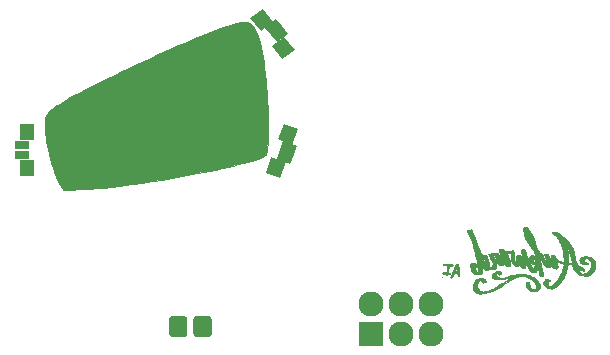
<source format=gbr>
G04 #@! TF.GenerationSoftware,KiCad,Pcbnew,(5.1.2-1)-1*
G04 #@! TF.CreationDate,2019-06-10T18:00:08-04:00*
G04 #@! TF.ProjectId,dc4044,64633430-3434-42e6-9b69-6361645f7063,rev?*
G04 #@! TF.SameCoordinates,Original*
G04 #@! TF.FileFunction,Soldermask,Bot*
G04 #@! TF.FilePolarity,Negative*
%FSLAX46Y46*%
G04 Gerber Fmt 4.6, Leading zero omitted, Abs format (unit mm)*
G04 Created by KiCad (PCBNEW (5.1.2-1)-1) date 2019-06-10 18:00:08*
%MOMM*%
%LPD*%
G04 APERTURE LIST*
%ADD10C,0.010000*%
%ADD11C,1.300000*%
%ADD12C,0.100000*%
%ADD13C,0.800000*%
%ADD14R,1.200000X0.800000*%
%ADD15R,1.300000X1.400000*%
%ADD16C,1.550000*%
%ADD17C,2.127200*%
%ADD18O,2.127200X2.127200*%
%ADD19R,2.127200X2.127200*%
G04 APERTURE END LIST*
D10*
G36*
X174371387Y-120825238D02*
G01*
X174436428Y-120843376D01*
X174467145Y-120877082D01*
X174467006Y-120929405D01*
X174450209Y-120979212D01*
X174421824Y-121029797D01*
X174388565Y-121047130D01*
X174372566Y-121046821D01*
X174330494Y-121056258D01*
X174313255Y-121088574D01*
X174293682Y-121119343D01*
X174264176Y-121112457D01*
X174229723Y-121069877D01*
X174219861Y-121051812D01*
X174186184Y-121004658D01*
X174158504Y-120980414D01*
X174117337Y-120976237D01*
X174073191Y-121003312D01*
X174034948Y-121052252D01*
X174011491Y-121113671D01*
X174008260Y-121139163D01*
X174008823Y-121176832D01*
X174020078Y-121204418D01*
X174049843Y-121229950D01*
X174105934Y-121261452D01*
X174148304Y-121282959D01*
X174222424Y-121317868D01*
X174286315Y-121340347D01*
X174354931Y-121353876D01*
X174443229Y-121361934D01*
X174501228Y-121365086D01*
X174599432Y-121369005D01*
X174669000Y-121368024D01*
X174723539Y-121359946D01*
X174776662Y-121342573D01*
X174841978Y-121313708D01*
X174853878Y-121308153D01*
X174885984Y-121295584D01*
X175348900Y-121295584D01*
X175359484Y-121306167D01*
X175370067Y-121295584D01*
X175359484Y-121285000D01*
X175348900Y-121295584D01*
X174885984Y-121295584D01*
X174927169Y-121279461D01*
X175033418Y-121245306D01*
X175163949Y-121207876D01*
X175310083Y-121169359D01*
X175463143Y-121131944D01*
X175614451Y-121097818D01*
X175755330Y-121069170D01*
X175877103Y-121048188D01*
X175895411Y-121045523D01*
X175974088Y-121039721D01*
X176077693Y-121039614D01*
X176197638Y-121044397D01*
X176325332Y-121053267D01*
X176452184Y-121065421D01*
X176569604Y-121080053D01*
X176669001Y-121096362D01*
X176741786Y-121113544D01*
X176775822Y-121127883D01*
X176823576Y-121151672D01*
X176854316Y-121158000D01*
X176889869Y-121169288D01*
X176946308Y-121198610D01*
X176999850Y-121232049D01*
X177059997Y-121268892D01*
X177107135Y-121291145D01*
X177128977Y-121294300D01*
X177146946Y-121298061D01*
X177148067Y-121304918D01*
X177165243Y-121324669D01*
X177180562Y-121327334D01*
X177220902Y-121337916D01*
X177270520Y-121362674D01*
X177326271Y-121405163D01*
X177394103Y-121468515D01*
X177464602Y-121542487D01*
X177528354Y-121616835D01*
X177575946Y-121681314D01*
X177594784Y-121715536D01*
X177626130Y-121777898D01*
X177668147Y-121844219D01*
X177675094Y-121853749D01*
X177722738Y-121950149D01*
X177741085Y-122064612D01*
X177729747Y-122184278D01*
X177688372Y-122296226D01*
X177611515Y-122399751D01*
X177543152Y-122451567D01*
X177499001Y-122474407D01*
X177455428Y-122488937D01*
X177401541Y-122496800D01*
X177326447Y-122499638D01*
X177227283Y-122499198D01*
X177119779Y-122496621D01*
X177042323Y-122490690D01*
X176982649Y-122479290D01*
X176928489Y-122460305D01*
X176884772Y-122440141D01*
X176751774Y-122352737D01*
X176648963Y-122236775D01*
X176578252Y-122095205D01*
X176541550Y-121930972D01*
X176539318Y-121907381D01*
X176534506Y-121834990D01*
X176537459Y-121792465D01*
X176552242Y-121767502D01*
X176582919Y-121747795D01*
X176593942Y-121742044D01*
X176680282Y-121711823D01*
X176750230Y-121717614D01*
X176798207Y-121755959D01*
X176818716Y-121796243D01*
X176846553Y-121865785D01*
X176877333Y-121953162D01*
X176895301Y-122009100D01*
X176942857Y-122144525D01*
X176991901Y-122243651D01*
X177046315Y-122312444D01*
X177109984Y-122356871D01*
X177126472Y-122364323D01*
X177205527Y-122377332D01*
X177278341Y-122353630D01*
X177339115Y-122298838D01*
X177382049Y-122218576D01*
X177401345Y-122118465D01*
X177401860Y-122097418D01*
X177381285Y-121964313D01*
X177323289Y-121831799D01*
X177232676Y-121703534D01*
X177114246Y-121583175D01*
X176972802Y-121474378D01*
X176813145Y-121380801D01*
X176640079Y-121306099D01*
X176458405Y-121253931D01*
X176272924Y-121227951D01*
X176259067Y-121227164D01*
X176130347Y-121226603D01*
X176003949Y-121239542D01*
X175875203Y-121267891D01*
X175739441Y-121313564D01*
X175591995Y-121378471D01*
X175428195Y-121464525D01*
X175243373Y-121573638D01*
X175032860Y-121707721D01*
X174946734Y-121764569D01*
X174721409Y-121913503D01*
X174525851Y-122040319D01*
X174355389Y-122147524D01*
X174205355Y-122237625D01*
X174071078Y-122313126D01*
X173947890Y-122376534D01*
X173831120Y-122430355D01*
X173716100Y-122477095D01*
X173598160Y-122519261D01*
X173472630Y-122559358D01*
X173457003Y-122564098D01*
X173309818Y-122605866D01*
X173158751Y-122644011D01*
X173012689Y-122676677D01*
X172880518Y-122702008D01*
X172771123Y-122718150D01*
X172694828Y-122723267D01*
X172628671Y-122715861D01*
X172542826Y-122697626D01*
X172465987Y-122675642D01*
X172334098Y-122621250D01*
X172233590Y-122551773D01*
X172154074Y-122459016D01*
X172119382Y-122402140D01*
X172085937Y-122335649D01*
X172067460Y-122276856D01*
X172060034Y-122208095D01*
X172059450Y-122131667D01*
X172077395Y-121956960D01*
X172128698Y-121804008D01*
X172216555Y-121664860D01*
X172273275Y-121599983D01*
X172385028Y-121503858D01*
X172508432Y-121441288D01*
X172652048Y-121408840D01*
X172766567Y-121402224D01*
X172886502Y-121409544D01*
X172979298Y-121436962D01*
X173057646Y-121490241D01*
X173126910Y-121565833D01*
X173174232Y-121630051D01*
X173191934Y-121674380D01*
X173177060Y-121706727D01*
X173126656Y-121735000D01*
X173053702Y-121761725D01*
X172937943Y-121801073D01*
X172821772Y-121691203D01*
X172760027Y-121637847D01*
X172704671Y-121598786D01*
X172666576Y-121581573D01*
X172663542Y-121581334D01*
X172618110Y-121599901D01*
X172566718Y-121649348D01*
X172516484Y-121720294D01*
X172474527Y-121803356D01*
X172456587Y-121854079D01*
X172429924Y-122008221D01*
X172440388Y-122151262D01*
X172484781Y-122278675D01*
X172559910Y-122385935D01*
X172662578Y-122468515D01*
X172789589Y-122521891D01*
X172937748Y-122541536D01*
X172941995Y-122541557D01*
X173048768Y-122532116D01*
X173181993Y-122505611D01*
X173330919Y-122465174D01*
X173484795Y-122413939D01*
X173632870Y-122355041D01*
X173719067Y-122315050D01*
X173781156Y-122283843D01*
X173839161Y-122253463D01*
X173897833Y-122220987D01*
X173961921Y-122183493D01*
X174036176Y-122138059D01*
X174125347Y-122081764D01*
X174234186Y-122011686D01*
X174367441Y-121924903D01*
X174529863Y-121818492D01*
X174582709Y-121783800D01*
X174712555Y-121698895D01*
X174841520Y-121615212D01*
X174961757Y-121537795D01*
X175065423Y-121471686D01*
X175144672Y-121421928D01*
X175167186Y-121408092D01*
X175248576Y-121356428D01*
X175292149Y-121323619D01*
X175297977Y-121309841D01*
X175266132Y-121315271D01*
X175196683Y-121340086D01*
X175147817Y-121359844D01*
X174933685Y-121431058D01*
X174698570Y-121474893D01*
X174437355Y-121492130D01*
X174290567Y-121490874D01*
X174104181Y-121480863D01*
X173956048Y-121463078D01*
X173842673Y-121436774D01*
X173760563Y-121401203D01*
X173717900Y-121368500D01*
X173687891Y-121312538D01*
X173676859Y-121233103D01*
X173685167Y-121144747D01*
X173710410Y-121067649D01*
X173764616Y-120996971D01*
X173851820Y-120932878D01*
X173962759Y-120879485D01*
X174088169Y-120840908D01*
X174218788Y-120821265D01*
X174268556Y-120819623D01*
X174371387Y-120825238D01*
X174371387Y-120825238D01*
G37*
X174371387Y-120825238D02*
X174436428Y-120843376D01*
X174467145Y-120877082D01*
X174467006Y-120929405D01*
X174450209Y-120979212D01*
X174421824Y-121029797D01*
X174388565Y-121047130D01*
X174372566Y-121046821D01*
X174330494Y-121056258D01*
X174313255Y-121088574D01*
X174293682Y-121119343D01*
X174264176Y-121112457D01*
X174229723Y-121069877D01*
X174219861Y-121051812D01*
X174186184Y-121004658D01*
X174158504Y-120980414D01*
X174117337Y-120976237D01*
X174073191Y-121003312D01*
X174034948Y-121052252D01*
X174011491Y-121113671D01*
X174008260Y-121139163D01*
X174008823Y-121176832D01*
X174020078Y-121204418D01*
X174049843Y-121229950D01*
X174105934Y-121261452D01*
X174148304Y-121282959D01*
X174222424Y-121317868D01*
X174286315Y-121340347D01*
X174354931Y-121353876D01*
X174443229Y-121361934D01*
X174501228Y-121365086D01*
X174599432Y-121369005D01*
X174669000Y-121368024D01*
X174723539Y-121359946D01*
X174776662Y-121342573D01*
X174841978Y-121313708D01*
X174853878Y-121308153D01*
X174885984Y-121295584D01*
X175348900Y-121295584D01*
X175359484Y-121306167D01*
X175370067Y-121295584D01*
X175359484Y-121285000D01*
X175348900Y-121295584D01*
X174885984Y-121295584D01*
X174927169Y-121279461D01*
X175033418Y-121245306D01*
X175163949Y-121207876D01*
X175310083Y-121169359D01*
X175463143Y-121131944D01*
X175614451Y-121097818D01*
X175755330Y-121069170D01*
X175877103Y-121048188D01*
X175895411Y-121045523D01*
X175974088Y-121039721D01*
X176077693Y-121039614D01*
X176197638Y-121044397D01*
X176325332Y-121053267D01*
X176452184Y-121065421D01*
X176569604Y-121080053D01*
X176669001Y-121096362D01*
X176741786Y-121113544D01*
X176775822Y-121127883D01*
X176823576Y-121151672D01*
X176854316Y-121158000D01*
X176889869Y-121169288D01*
X176946308Y-121198610D01*
X176999850Y-121232049D01*
X177059997Y-121268892D01*
X177107135Y-121291145D01*
X177128977Y-121294300D01*
X177146946Y-121298061D01*
X177148067Y-121304918D01*
X177165243Y-121324669D01*
X177180562Y-121327334D01*
X177220902Y-121337916D01*
X177270520Y-121362674D01*
X177326271Y-121405163D01*
X177394103Y-121468515D01*
X177464602Y-121542487D01*
X177528354Y-121616835D01*
X177575946Y-121681314D01*
X177594784Y-121715536D01*
X177626130Y-121777898D01*
X177668147Y-121844219D01*
X177675094Y-121853749D01*
X177722738Y-121950149D01*
X177741085Y-122064612D01*
X177729747Y-122184278D01*
X177688372Y-122296226D01*
X177611515Y-122399751D01*
X177543152Y-122451567D01*
X177499001Y-122474407D01*
X177455428Y-122488937D01*
X177401541Y-122496800D01*
X177326447Y-122499638D01*
X177227283Y-122499198D01*
X177119779Y-122496621D01*
X177042323Y-122490690D01*
X176982649Y-122479290D01*
X176928489Y-122460305D01*
X176884772Y-122440141D01*
X176751774Y-122352737D01*
X176648963Y-122236775D01*
X176578252Y-122095205D01*
X176541550Y-121930972D01*
X176539318Y-121907381D01*
X176534506Y-121834990D01*
X176537459Y-121792465D01*
X176552242Y-121767502D01*
X176582919Y-121747795D01*
X176593942Y-121742044D01*
X176680282Y-121711823D01*
X176750230Y-121717614D01*
X176798207Y-121755959D01*
X176818716Y-121796243D01*
X176846553Y-121865785D01*
X176877333Y-121953162D01*
X176895301Y-122009100D01*
X176942857Y-122144525D01*
X176991901Y-122243651D01*
X177046315Y-122312444D01*
X177109984Y-122356871D01*
X177126472Y-122364323D01*
X177205527Y-122377332D01*
X177278341Y-122353630D01*
X177339115Y-122298838D01*
X177382049Y-122218576D01*
X177401345Y-122118465D01*
X177401860Y-122097418D01*
X177381285Y-121964313D01*
X177323289Y-121831799D01*
X177232676Y-121703534D01*
X177114246Y-121583175D01*
X176972802Y-121474378D01*
X176813145Y-121380801D01*
X176640079Y-121306099D01*
X176458405Y-121253931D01*
X176272924Y-121227951D01*
X176259067Y-121227164D01*
X176130347Y-121226603D01*
X176003949Y-121239542D01*
X175875203Y-121267891D01*
X175739441Y-121313564D01*
X175591995Y-121378471D01*
X175428195Y-121464525D01*
X175243373Y-121573638D01*
X175032860Y-121707721D01*
X174946734Y-121764569D01*
X174721409Y-121913503D01*
X174525851Y-122040319D01*
X174355389Y-122147524D01*
X174205355Y-122237625D01*
X174071078Y-122313126D01*
X173947890Y-122376534D01*
X173831120Y-122430355D01*
X173716100Y-122477095D01*
X173598160Y-122519261D01*
X173472630Y-122559358D01*
X173457003Y-122564098D01*
X173309818Y-122605866D01*
X173158751Y-122644011D01*
X173012689Y-122676677D01*
X172880518Y-122702008D01*
X172771123Y-122718150D01*
X172694828Y-122723267D01*
X172628671Y-122715861D01*
X172542826Y-122697626D01*
X172465987Y-122675642D01*
X172334098Y-122621250D01*
X172233590Y-122551773D01*
X172154074Y-122459016D01*
X172119382Y-122402140D01*
X172085937Y-122335649D01*
X172067460Y-122276856D01*
X172060034Y-122208095D01*
X172059450Y-122131667D01*
X172077395Y-121956960D01*
X172128698Y-121804008D01*
X172216555Y-121664860D01*
X172273275Y-121599983D01*
X172385028Y-121503858D01*
X172508432Y-121441288D01*
X172652048Y-121408840D01*
X172766567Y-121402224D01*
X172886502Y-121409544D01*
X172979298Y-121436962D01*
X173057646Y-121490241D01*
X173126910Y-121565833D01*
X173174232Y-121630051D01*
X173191934Y-121674380D01*
X173177060Y-121706727D01*
X173126656Y-121735000D01*
X173053702Y-121761725D01*
X172937943Y-121801073D01*
X172821772Y-121691203D01*
X172760027Y-121637847D01*
X172704671Y-121598786D01*
X172666576Y-121581573D01*
X172663542Y-121581334D01*
X172618110Y-121599901D01*
X172566718Y-121649348D01*
X172516484Y-121720294D01*
X172474527Y-121803356D01*
X172456587Y-121854079D01*
X172429924Y-122008221D01*
X172440388Y-122151262D01*
X172484781Y-122278675D01*
X172559910Y-122385935D01*
X172662578Y-122468515D01*
X172789589Y-122521891D01*
X172937748Y-122541536D01*
X172941995Y-122541557D01*
X173048768Y-122532116D01*
X173181993Y-122505611D01*
X173330919Y-122465174D01*
X173484795Y-122413939D01*
X173632870Y-122355041D01*
X173719067Y-122315050D01*
X173781156Y-122283843D01*
X173839161Y-122253463D01*
X173897833Y-122220987D01*
X173961921Y-122183493D01*
X174036176Y-122138059D01*
X174125347Y-122081764D01*
X174234186Y-122011686D01*
X174367441Y-121924903D01*
X174529863Y-121818492D01*
X174582709Y-121783800D01*
X174712555Y-121698895D01*
X174841520Y-121615212D01*
X174961757Y-121537795D01*
X175065423Y-121471686D01*
X175144672Y-121421928D01*
X175167186Y-121408092D01*
X175248576Y-121356428D01*
X175292149Y-121323619D01*
X175297977Y-121309841D01*
X175266132Y-121315271D01*
X175196683Y-121340086D01*
X175147817Y-121359844D01*
X174933685Y-121431058D01*
X174698570Y-121474893D01*
X174437355Y-121492130D01*
X174290567Y-121490874D01*
X174104181Y-121480863D01*
X173956048Y-121463078D01*
X173842673Y-121436774D01*
X173760563Y-121401203D01*
X173717900Y-121368500D01*
X173687891Y-121312538D01*
X173676859Y-121233103D01*
X173685167Y-121144747D01*
X173710410Y-121067649D01*
X173764616Y-120996971D01*
X173851820Y-120932878D01*
X173962759Y-120879485D01*
X174088169Y-120840908D01*
X174218788Y-120821265D01*
X174268556Y-120819623D01*
X174371387Y-120825238D01*
G36*
X176508794Y-117077064D02*
G01*
X176585755Y-117083753D01*
X176635943Y-117096230D01*
X176674907Y-117121362D01*
X176718193Y-117166017D01*
X176723374Y-117171838D01*
X176778275Y-117241863D01*
X176834353Y-117325891D01*
X176860947Y-117371695D01*
X176903056Y-117444709D01*
X176946148Y-117511310D01*
X176970098Y-117543574D01*
X177002019Y-117591235D01*
X177044628Y-117666789D01*
X177092426Y-117759012D01*
X177139912Y-117856683D01*
X177181584Y-117948579D01*
X177211944Y-118023477D01*
X177223896Y-118061379D01*
X177237793Y-118110885D01*
X177261289Y-118184452D01*
X177289373Y-118266411D01*
X177290204Y-118268750D01*
X177321317Y-118359173D01*
X177350810Y-118449709D01*
X177370850Y-118515820D01*
X177391715Y-118583180D01*
X177411860Y-118638220D01*
X177418710Y-118653404D01*
X177434219Y-118698021D01*
X177449063Y-118763067D01*
X177453034Y-118786434D01*
X177486553Y-118920981D01*
X177546183Y-119041457D01*
X177636544Y-119154521D01*
X177762261Y-119266830D01*
X177813607Y-119305827D01*
X177918184Y-119391552D01*
X177994233Y-119478604D01*
X178051002Y-119580338D01*
X178097740Y-119710109D01*
X178100900Y-119720671D01*
X178125792Y-119799194D01*
X178149046Y-119863095D01*
X178166198Y-119900266D01*
X178168098Y-119902948D01*
X178180925Y-119934834D01*
X178178487Y-119945292D01*
X178184067Y-119970637D01*
X178210825Y-120012808D01*
X178221006Y-120025594D01*
X178273915Y-120089084D01*
X178260063Y-119972667D01*
X178246017Y-119896932D01*
X178221120Y-119799958D01*
X178190144Y-119699850D01*
X178181967Y-119676334D01*
X178140516Y-119550758D01*
X178118510Y-119457996D01*
X178115707Y-119393386D01*
X178131866Y-119352263D01*
X178164092Y-119330869D01*
X178240713Y-119322101D01*
X178323286Y-119340437D01*
X178395309Y-119380108D01*
X178435660Y-119425840D01*
X178465012Y-119477266D01*
X178507223Y-119548717D01*
X178550496Y-119620354D01*
X178601073Y-119706196D01*
X178658540Y-119808372D01*
X178710812Y-119905373D01*
X178712793Y-119909167D01*
X178755525Y-119988265D01*
X178795319Y-120057017D01*
X178825078Y-120103291D01*
X178830385Y-120110250D01*
X178852812Y-120135195D01*
X178859831Y-120130198D01*
X178855109Y-120089918D01*
X178853084Y-120077192D01*
X178839170Y-120023339D01*
X178812539Y-119944932D01*
X178778065Y-119855921D01*
X178764340Y-119823192D01*
X178711943Y-119691549D01*
X178682716Y-119591991D01*
X178676979Y-119520963D01*
X178695052Y-119474913D01*
X178737254Y-119450288D01*
X178798500Y-119443500D01*
X178901369Y-119452765D01*
X178973396Y-119483558D01*
X179022498Y-119540382D01*
X179041602Y-119581721D01*
X179112394Y-119710450D01*
X179216635Y-119822936D01*
X179346855Y-119913796D01*
X179495588Y-119977645D01*
X179631009Y-120006659D01*
X179751567Y-120020829D01*
X179750907Y-119748039D01*
X179738405Y-119424348D01*
X179701718Y-119130660D01*
X179639597Y-118861399D01*
X179550792Y-118610987D01*
X179513708Y-118534344D01*
X179918769Y-118534344D01*
X179920964Y-118566307D01*
X179934274Y-118619252D01*
X179956049Y-118684160D01*
X179983640Y-118752011D01*
X180011453Y-118808500D01*
X180033836Y-118854949D01*
X180050773Y-118906831D01*
X180064000Y-118973105D01*
X180075256Y-119062729D01*
X180086278Y-119184663D01*
X180087611Y-119201189D01*
X180097088Y-119342664D01*
X180104773Y-119501143D01*
X180109818Y-119656168D01*
X180111400Y-119774692D01*
X180111400Y-120050757D01*
X180243692Y-120084025D01*
X180337539Y-120106446D01*
X180397923Y-120116670D01*
X180432018Y-120114362D01*
X180446999Y-120099188D01*
X180450067Y-120074424D01*
X180444753Y-120031927D01*
X180430071Y-119956310D01*
X180407913Y-119855261D01*
X180380169Y-119736467D01*
X180348730Y-119607617D01*
X180315486Y-119476400D01*
X180282330Y-119350502D01*
X180251150Y-119237613D01*
X180223839Y-119145421D01*
X180214208Y-119115417D01*
X180181254Y-119025773D01*
X180138632Y-118923666D01*
X180090591Y-118817817D01*
X180041376Y-118716948D01*
X179995234Y-118629782D01*
X179956413Y-118565041D01*
X179930339Y-118532384D01*
X179918769Y-118534344D01*
X179513708Y-118534344D01*
X179449492Y-118401627D01*
X179403477Y-118317614D01*
X179347777Y-118216058D01*
X179293115Y-118116507D01*
X179283723Y-118099417D01*
X179236046Y-118021840D01*
X179177097Y-117939284D01*
X179113330Y-117859285D01*
X179051198Y-117789379D01*
X178997154Y-117737100D01*
X178957652Y-117709985D01*
X178948384Y-117707834D01*
X178913267Y-117692682D01*
X178868017Y-117656087D01*
X178826173Y-117611341D01*
X178801274Y-117571737D01*
X178799067Y-117561256D01*
X178812038Y-117535487D01*
X178855125Y-117511799D01*
X178925747Y-117489054D01*
X179022901Y-117464702D01*
X179094124Y-117457438D01*
X179153387Y-117470217D01*
X179214664Y-117505996D01*
X179289987Y-117566097D01*
X179354412Y-117619121D01*
X179442743Y-117690225D01*
X179545312Y-117771706D01*
X179652450Y-117855857D01*
X179701896Y-117894343D01*
X179882304Y-118039200D01*
X180030641Y-118170176D01*
X180152249Y-118293206D01*
X180252468Y-118414223D01*
X180336639Y-118539161D01*
X180410103Y-118673953D01*
X180417830Y-118689783D01*
X180472760Y-118806659D01*
X180519700Y-118915076D01*
X180560984Y-119022424D01*
X180598946Y-119136091D01*
X180635919Y-119263467D01*
X180674237Y-119411939D01*
X180716233Y-119588898D01*
X180752818Y-119750435D01*
X180864092Y-120248511D01*
X181000511Y-120313027D01*
X181091913Y-120362499D01*
X181188421Y-120425209D01*
X181283197Y-120495424D01*
X181369408Y-120567410D01*
X181440219Y-120635433D01*
X181488795Y-120693759D01*
X181508300Y-120736656D01*
X181508400Y-120739074D01*
X181491525Y-120769145D01*
X181446179Y-120779872D01*
X181380284Y-120773540D01*
X181301758Y-120752435D01*
X181218523Y-120718840D01*
X181138498Y-120675043D01*
X181069605Y-120623327D01*
X181053450Y-120607803D01*
X181005010Y-120561235D01*
X180967283Y-120530433D01*
X180952700Y-120523000D01*
X180951011Y-120539346D01*
X180967651Y-120582730D01*
X180997919Y-120644669D01*
X181037110Y-120716684D01*
X181080521Y-120790293D01*
X181123449Y-120857014D01*
X181161191Y-120908366D01*
X181175119Y-120924089D01*
X181250411Y-120988191D01*
X181327761Y-121021211D01*
X181425447Y-121030791D01*
X181430403Y-121030793D01*
X181555534Y-121010249D01*
X181677737Y-120952755D01*
X181792010Y-120863643D01*
X181893348Y-120748245D01*
X181976749Y-120611894D01*
X182037211Y-120459921D01*
X182061303Y-120358372D01*
X182070754Y-120201810D01*
X182041177Y-120061593D01*
X181972473Y-119937493D01*
X181864544Y-119829287D01*
X181813926Y-119792754D01*
X181718297Y-119735213D01*
X181645955Y-119707131D01*
X181590696Y-119707591D01*
X181546318Y-119735679D01*
X181532693Y-119751251D01*
X181491541Y-119831528D01*
X181488853Y-119911203D01*
X181521274Y-119983110D01*
X181585446Y-120040078D01*
X181678013Y-120074939D01*
X181684871Y-120076258D01*
X181768806Y-120096928D01*
X181812517Y-120121892D01*
X181818024Y-120152753D01*
X181805943Y-120172293D01*
X181752003Y-120205517D01*
X181659681Y-120221747D01*
X181529391Y-120220925D01*
X181476707Y-120216770D01*
X181349989Y-120195747D01*
X181253125Y-120156454D01*
X181175727Y-120093763D01*
X181139930Y-120050490D01*
X181103148Y-119970875D01*
X181093709Y-119879115D01*
X181111187Y-119790987D01*
X181148567Y-119728896D01*
X181253155Y-119646566D01*
X181383773Y-119590966D01*
X181533101Y-119562747D01*
X181693822Y-119562559D01*
X181858617Y-119591054D01*
X182020167Y-119648884D01*
X182024593Y-119650941D01*
X182177992Y-119739066D01*
X182293527Y-119843601D01*
X182373581Y-119967832D01*
X182420536Y-120115044D01*
X182433762Y-120215088D01*
X182437436Y-120291006D01*
X182434113Y-120356990D01*
X182421654Y-120426640D01*
X182397922Y-120513555D01*
X182375553Y-120585393D01*
X182338493Y-120694594D01*
X182303945Y-120776264D01*
X182264799Y-120844098D01*
X182213949Y-120911792D01*
X182193349Y-120936482D01*
X182093663Y-121037354D01*
X181985120Y-121112132D01*
X181862572Y-121161986D01*
X181720868Y-121188085D01*
X181554858Y-121191597D01*
X181359394Y-121173691D01*
X181233234Y-121154419D01*
X181091464Y-121118967D01*
X180968062Y-121061861D01*
X180859312Y-120979296D01*
X180761498Y-120867467D01*
X180670902Y-120722568D01*
X180583810Y-120540792D01*
X180547042Y-120451679D01*
X180480889Y-120285109D01*
X180354353Y-120245124D01*
X180275917Y-120224374D01*
X180204098Y-120212118D01*
X180165273Y-120210611D01*
X180130099Y-120216733D01*
X180108434Y-120234181D01*
X180093651Y-120273162D01*
X180079269Y-120343084D01*
X180062144Y-120426460D01*
X180043196Y-120505057D01*
X180032024Y-120544167D01*
X179986284Y-120693422D01*
X179956487Y-120806437D01*
X179942928Y-120882052D01*
X179942067Y-120898257D01*
X179932468Y-120951793D01*
X179908796Y-121016099D01*
X179902991Y-121028118D01*
X179876954Y-121079583D01*
X179837952Y-121156893D01*
X179792024Y-121248066D01*
X179760116Y-121311480D01*
X179665263Y-121481431D01*
X179554247Y-121649283D01*
X179432657Y-121808545D01*
X179306082Y-121952723D01*
X179180109Y-122075324D01*
X179060329Y-122169855D01*
X178980639Y-122217098D01*
X178869171Y-122265296D01*
X178775047Y-122287791D01*
X178683300Y-122286233D01*
X178578964Y-122262272D01*
X178576817Y-122261627D01*
X178400415Y-122199405D01*
X178256841Y-122129548D01*
X178148914Y-122053799D01*
X178079454Y-121973905D01*
X178064471Y-121944613D01*
X178038828Y-121838257D01*
X178044719Y-121729644D01*
X178078767Y-121629059D01*
X178137595Y-121546783D01*
X178211937Y-121495559D01*
X178285478Y-121478704D01*
X178371960Y-121480857D01*
X178459289Y-121498922D01*
X178535371Y-121529802D01*
X178588113Y-121570404D01*
X178602738Y-121595598D01*
X178590467Y-121617629D01*
X178550657Y-121642365D01*
X178543361Y-121645540D01*
X178473972Y-121691709D01*
X178426794Y-121757694D01*
X178401519Y-121834863D01*
X178397836Y-121914585D01*
X178415437Y-121988230D01*
X178454011Y-122047168D01*
X178513250Y-122082766D01*
X178559279Y-122089334D01*
X178630302Y-122081496D01*
X178701447Y-122055377D01*
X178778970Y-122007067D01*
X178869126Y-121932655D01*
X178978170Y-121828231D01*
X178980081Y-121826317D01*
X179130103Y-121665145D01*
X179256572Y-121503470D01*
X179366501Y-121330442D01*
X179466901Y-121135208D01*
X179549239Y-120945535D01*
X179577251Y-120870677D01*
X179609783Y-120774342D01*
X179644181Y-120665578D01*
X179677793Y-120553429D01*
X179707966Y-120446942D01*
X179732046Y-120355163D01*
X179747379Y-120287138D01*
X179751567Y-120255709D01*
X179744158Y-120210908D01*
X179717861Y-120176125D01*
X179666566Y-120147742D01*
X179584166Y-120122140D01*
X179490328Y-120100937D01*
X179364281Y-120079036D01*
X179275988Y-120073487D01*
X179224076Y-120084473D01*
X179207175Y-120112182D01*
X179213896Y-120138332D01*
X179224704Y-120181863D01*
X179232833Y-120251122D01*
X179237978Y-120334369D01*
X179239833Y-120419863D01*
X179238092Y-120495864D01*
X179232448Y-120550632D01*
X179225170Y-120571030D01*
X179190709Y-120583309D01*
X179128501Y-120588493D01*
X179052473Y-120586940D01*
X178976550Y-120579008D01*
X178914658Y-120565056D01*
X178908532Y-120562880D01*
X178843775Y-120525353D01*
X178772936Y-120464817D01*
X178710752Y-120395125D01*
X178680301Y-120348375D01*
X178648394Y-120301381D01*
X178624812Y-120295575D01*
X178611233Y-120330340D01*
X178608567Y-120374834D01*
X178608567Y-120459500D01*
X178455109Y-120459389D01*
X178350982Y-120454586D01*
X178278767Y-120439249D01*
X178243664Y-120422347D01*
X178171000Y-120360035D01*
X178089080Y-120261319D01*
X178000761Y-120130358D01*
X177908901Y-119971312D01*
X177835613Y-119828352D01*
X177784753Y-119726101D01*
X177739431Y-119638804D01*
X177703153Y-119572920D01*
X177679425Y-119534909D01*
X177672646Y-119528167D01*
X177657808Y-119545025D01*
X177658457Y-119585605D01*
X177672952Y-119634919D01*
X177687316Y-119662015D01*
X177710658Y-119719627D01*
X177717906Y-119772396D01*
X177724218Y-119879672D01*
X177748047Y-119988748D01*
X177777907Y-120078500D01*
X177800301Y-120149276D01*
X177826448Y-120246775D01*
X177852506Y-120356076D01*
X177867852Y-120427750D01*
X177892364Y-120543283D01*
X177923362Y-120681727D01*
X177956723Y-120825010D01*
X177985901Y-120945332D01*
X178010749Y-121049239D01*
X178030075Y-121137880D01*
X178042329Y-121203495D01*
X178045961Y-121238323D01*
X178045084Y-121241665D01*
X178019013Y-121247998D01*
X177964712Y-121251722D01*
X177921577Y-121252182D01*
X177820354Y-121240395D01*
X177746621Y-121209097D01*
X177705415Y-121161140D01*
X177698400Y-121125840D01*
X177693785Y-121079514D01*
X177681444Y-121004774D01*
X177663636Y-120912106D01*
X177642621Y-120811994D01*
X177620656Y-120714923D01*
X177600000Y-120631378D01*
X177582912Y-120571844D01*
X177574425Y-120550324D01*
X177559900Y-120533526D01*
X177544361Y-120543368D01*
X177522336Y-120585273D01*
X177509404Y-120614741D01*
X177484555Y-120675978D01*
X177468668Y-120721406D01*
X177465567Y-120735426D01*
X177449514Y-120791586D01*
X177409933Y-120850522D01*
X177359686Y-120893382D01*
X177356664Y-120895004D01*
X177276717Y-120918687D01*
X177178447Y-120923366D01*
X177081241Y-120909276D01*
X177029607Y-120891029D01*
X176965979Y-120844310D01*
X176897124Y-120766970D01*
X176829023Y-120669210D01*
X176767656Y-120561230D01*
X176719003Y-120453233D01*
X176689045Y-120355420D01*
X176682400Y-120298777D01*
X176677867Y-120250587D01*
X176666760Y-120227110D01*
X176664810Y-120226667D01*
X176643168Y-120210024D01*
X176618671Y-120173322D01*
X176593852Y-120139359D01*
X176573639Y-120141580D01*
X176556814Y-120181838D01*
X176542158Y-120261984D01*
X176537742Y-120296228D01*
X176519576Y-120399403D01*
X176490938Y-120467008D01*
X176446151Y-120505533D01*
X176379539Y-120521468D01*
X176339402Y-120523000D01*
X176228214Y-120509867D01*
X176139541Y-120466542D01*
X176061655Y-120387139D01*
X176057275Y-120381373D01*
X176009324Y-120320597D01*
X175975360Y-120290680D01*
X175945453Y-120287553D01*
X175909671Y-120307146D01*
X175897558Y-120315919D01*
X175854729Y-120340804D01*
X175804810Y-120351613D01*
X175732354Y-120351136D01*
X175710482Y-120349695D01*
X175629283Y-120340064D01*
X175573764Y-120321548D01*
X175527366Y-120288105D01*
X175518212Y-120279563D01*
X175478364Y-120236011D01*
X175456294Y-120201449D01*
X175454734Y-120194646D01*
X175440512Y-120164975D01*
X175405806Y-120124672D01*
X175401155Y-120120211D01*
X175354222Y-120054399D01*
X175317169Y-119961800D01*
X175294386Y-119857604D01*
X175290264Y-119757000D01*
X175291707Y-119741590D01*
X175295043Y-119670104D01*
X175292733Y-119577257D01*
X175285602Y-119486548D01*
X175268079Y-119381288D01*
X175239658Y-119311756D01*
X175195039Y-119271719D01*
X175128920Y-119254943D01*
X175087264Y-119253324D01*
X175019111Y-119255989D01*
X174978216Y-119267354D01*
X174963340Y-119293389D01*
X174973247Y-119340060D01*
X175006699Y-119413339D01*
X175040610Y-119478305D01*
X175086677Y-119571966D01*
X175126269Y-119665311D01*
X175153411Y-119743695D01*
X175160241Y-119771584D01*
X175179339Y-119850784D01*
X175203972Y-119925550D01*
X175213741Y-119948609D01*
X175230837Y-120007692D01*
X175240061Y-120087302D01*
X175241780Y-120175493D01*
X175236363Y-120260317D01*
X175224180Y-120329828D01*
X175205598Y-120372080D01*
X175200536Y-120376633D01*
X175157048Y-120387837D01*
X175087284Y-120388159D01*
X175005394Y-120379280D01*
X174925529Y-120362879D01*
X174861838Y-120340637D01*
X174851504Y-120335186D01*
X174801053Y-120294877D01*
X174747727Y-120236035D01*
X174728214Y-120209346D01*
X174684867Y-120152923D01*
X174654325Y-120135650D01*
X174632840Y-120157715D01*
X174617480Y-120214878D01*
X174599472Y-120265974D01*
X174563315Y-120295691D01*
X174500110Y-120308942D01*
X174443345Y-120311044D01*
X174337945Y-120293255D01*
X174232018Y-120243779D01*
X174162209Y-120190207D01*
X174122829Y-120145462D01*
X174104248Y-120097075D01*
X174099153Y-120025956D01*
X174099150Y-120025652D01*
X174091414Y-119954217D01*
X174071381Y-119864510D01*
X174042270Y-119765171D01*
X174007302Y-119664845D01*
X173969696Y-119572174D01*
X173932673Y-119495800D01*
X173899453Y-119444366D01*
X173875965Y-119426604D01*
X173827741Y-119435524D01*
X173804992Y-119452567D01*
X173794232Y-119475515D01*
X173796390Y-119510221D01*
X173813326Y-119565482D01*
X173846602Y-119649380D01*
X173884822Y-119734240D01*
X173924388Y-119810651D01*
X173957911Y-119864569D01*
X173963655Y-119871914D01*
X174015180Y-119963665D01*
X174043384Y-120084039D01*
X174047657Y-120225934D01*
X174027387Y-120382245D01*
X174012916Y-120444742D01*
X173989785Y-120514563D01*
X173958029Y-120561364D01*
X173909557Y-120589543D01*
X173836280Y-120603496D01*
X173730106Y-120607623D01*
X173713193Y-120607667D01*
X173607347Y-120609902D01*
X173534710Y-120617456D01*
X173486354Y-120631602D01*
X173466667Y-120642795D01*
X173409976Y-120665987D01*
X173321099Y-120681855D01*
X173266165Y-120686460D01*
X173142741Y-120682913D01*
X173048943Y-120654417D01*
X172978276Y-120598097D01*
X172939954Y-120542140D01*
X172903684Y-120478449D01*
X172879360Y-120444356D01*
X172864742Y-120442475D01*
X172857586Y-120475418D01*
X172855650Y-120545798D01*
X172856465Y-120639417D01*
X172856807Y-120747384D01*
X172853481Y-120823900D01*
X172845026Y-120879791D01*
X172829982Y-120925882D01*
X172812991Y-120961501D01*
X172776476Y-121019930D01*
X172738815Y-121062966D01*
X172725556Y-121072626D01*
X172678020Y-121085187D01*
X172601664Y-121092130D01*
X172509619Y-121093500D01*
X172415016Y-121089345D01*
X172330987Y-121079710D01*
X172290317Y-121071102D01*
X172199884Y-121026813D01*
X172110736Y-120948306D01*
X172027274Y-120843585D01*
X171953899Y-120720649D01*
X171895015Y-120587500D01*
X171855024Y-120452140D01*
X171838327Y-120322570D01*
X171840930Y-120254284D01*
X171854054Y-120178089D01*
X171878080Y-120131099D01*
X171921324Y-120107670D01*
X171992102Y-120102160D01*
X172059842Y-120105741D01*
X172183189Y-120122274D01*
X172276609Y-120153606D01*
X172351317Y-120204569D01*
X172394732Y-120250008D01*
X172433624Y-120314608D01*
X172448583Y-120380129D01*
X172439932Y-120435872D01*
X172407997Y-120471133D01*
X172387845Y-120477242D01*
X172333442Y-120466410D01*
X172286868Y-120425819D01*
X172245610Y-120387795D01*
X172217489Y-120386696D01*
X172214430Y-120389337D01*
X172208784Y-120421777D01*
X172220904Y-120480842D01*
X172246506Y-120557020D01*
X172281306Y-120640797D01*
X172321018Y-120722663D01*
X172361359Y-120793103D01*
X172398044Y-120842607D01*
X172426789Y-120861661D01*
X172427172Y-120861667D01*
X172448013Y-120845371D01*
X172468195Y-120794156D01*
X172489043Y-120704532D01*
X172491404Y-120692334D01*
X172495897Y-120623315D01*
X172491181Y-120520188D01*
X172478361Y-120389901D01*
X172458543Y-120239402D01*
X172432834Y-120075641D01*
X172402340Y-119905565D01*
X172368166Y-119736124D01*
X172334602Y-119588281D01*
X172837551Y-119588281D01*
X172840845Y-119636840D01*
X172860211Y-119708999D01*
X172893827Y-119796469D01*
X172919376Y-119842229D01*
X172959882Y-119901478D01*
X173007630Y-119964474D01*
X173054907Y-120021471D01*
X173093998Y-120062728D01*
X173117111Y-120078500D01*
X173118531Y-120060529D01*
X173113052Y-120020292D01*
X173097845Y-119964768D01*
X173072233Y-119894740D01*
X173061537Y-119869434D01*
X173037065Y-119807880D01*
X173022417Y-119759040D01*
X173020567Y-119745609D01*
X173005851Y-119712261D01*
X172969576Y-119665856D01*
X172923548Y-119618633D01*
X172879574Y-119582835D01*
X172851668Y-119570500D01*
X172837551Y-119588281D01*
X172334602Y-119588281D01*
X172331419Y-119574265D01*
X172293205Y-119426938D01*
X172285871Y-119401167D01*
X172255592Y-119292857D01*
X172224280Y-119175046D01*
X172198241Y-119071508D01*
X172196085Y-119062500D01*
X172092491Y-118684319D01*
X171958414Y-118289736D01*
X171797180Y-117887828D01*
X171639953Y-117544524D01*
X171609526Y-117473734D01*
X171591125Y-117414674D01*
X171588729Y-117380164D01*
X171615909Y-117347777D01*
X171672861Y-117322498D01*
X171764854Y-117302306D01*
X171809069Y-117295687D01*
X171920488Y-117280447D01*
X171964221Y-117383015D01*
X171989901Y-117441310D01*
X172028662Y-117526937D01*
X172075504Y-117628948D01*
X172125430Y-117736396D01*
X172131874Y-117750167D01*
X172183209Y-117860755D01*
X172223474Y-117951149D01*
X172256532Y-118031820D01*
X172286245Y-118113242D01*
X172316478Y-118205885D01*
X172351093Y-118320223D01*
X172385504Y-118437674D01*
X172445225Y-118632310D01*
X172503930Y-118799438D01*
X172567064Y-118953388D01*
X172640075Y-119108490D01*
X172641707Y-119111771D01*
X172679226Y-119191289D01*
X172707825Y-119259883D01*
X172722958Y-119306323D01*
X172724234Y-119315555D01*
X172733307Y-119353394D01*
X172765021Y-119379756D01*
X172826114Y-119398017D01*
X172913824Y-119410539D01*
X173049763Y-119433595D01*
X173148275Y-119469623D01*
X173212591Y-119519807D01*
X173212714Y-119519954D01*
X173242148Y-119566679D01*
X173275555Y-119636014D01*
X173306779Y-119712862D01*
X173329661Y-119782127D01*
X173338067Y-119827323D01*
X173349041Y-119860128D01*
X173362761Y-119866834D01*
X173377966Y-119874437D01*
X173375146Y-119879143D01*
X173373825Y-119905073D01*
X173386916Y-119952118D01*
X173389372Y-119958518D01*
X173405484Y-120039707D01*
X173404759Y-120158632D01*
X173403121Y-120180539D01*
X173396749Y-120264035D01*
X173396953Y-120317128D01*
X173407302Y-120351642D01*
X173431370Y-120379402D01*
X173472726Y-120412231D01*
X173473213Y-120412605D01*
X173547085Y-120453956D01*
X173609503Y-120455177D01*
X173661133Y-120415920D01*
X173702639Y-120335839D01*
X173718684Y-120284573D01*
X173734898Y-120202994D01*
X173736662Y-120122922D01*
X173721985Y-120038204D01*
X173688881Y-119942689D01*
X173635359Y-119830227D01*
X173559431Y-119694666D01*
X173491647Y-119582350D01*
X173375140Y-119393116D01*
X173422448Y-119354808D01*
X173463743Y-119332255D01*
X173524676Y-119320036D01*
X173616152Y-119316016D01*
X173620870Y-119315995D01*
X173711486Y-119312471D01*
X173798256Y-119303779D01*
X173856650Y-119293086D01*
X173973400Y-119265977D01*
X174060027Y-119256338D01*
X174125231Y-119264766D01*
X174177714Y-119291857D01*
X174206439Y-119317039D01*
X174236315Y-119365461D01*
X174247811Y-119438460D01*
X174248234Y-119461386D01*
X174255728Y-119541939D01*
X174279962Y-119591918D01*
X174286942Y-119598970D01*
X174321433Y-119625874D01*
X174338828Y-119634000D01*
X174344458Y-119614471D01*
X174345790Y-119561879D01*
X174343373Y-119485214D01*
X174337755Y-119393468D01*
X174329486Y-119295633D01*
X174319113Y-119200700D01*
X174307405Y-119118967D01*
X174295394Y-119031762D01*
X174299442Y-118977817D01*
X174326017Y-118949158D01*
X174381589Y-118937811D01*
X174456000Y-118935824D01*
X174547203Y-118940808D01*
X174607968Y-118960541D01*
X174649323Y-119001244D01*
X174679433Y-119061883D01*
X174701809Y-119112296D01*
X174725808Y-119137478D01*
X174765899Y-119146183D01*
X174820378Y-119147167D01*
X174883435Y-119143529D01*
X174975599Y-119133632D01*
X175084366Y-119118998D01*
X175194513Y-119101613D01*
X175461827Y-119056058D01*
X175498912Y-119101856D01*
X175533438Y-119165829D01*
X175556799Y-119260476D01*
X175569473Y-119389067D01*
X175571936Y-119554874D01*
X175571130Y-119597727D01*
X175569482Y-119711015D01*
X175571606Y-119792081D01*
X175578554Y-119850948D01*
X175591383Y-119897642D01*
X175606352Y-119932479D01*
X175643143Y-119989819D01*
X175676742Y-120007967D01*
X175705011Y-119990051D01*
X175725815Y-119939199D01*
X175737016Y-119858541D01*
X175736477Y-119751203D01*
X175735944Y-119742765D01*
X175731737Y-119656706D01*
X175734405Y-119600337D01*
X175745839Y-119561307D01*
X175767932Y-119527267D01*
X175769210Y-119525650D01*
X175836761Y-119473200D01*
X175926736Y-119452882D01*
X176029100Y-119465439D01*
X176078635Y-119481078D01*
X176102588Y-119501981D01*
X176110245Y-119541974D01*
X176110884Y-119587191D01*
X176116139Y-119645271D01*
X176130284Y-119722731D01*
X176150863Y-119811150D01*
X176175419Y-119902106D01*
X176201497Y-119987180D01*
X176226640Y-120057950D01*
X176248393Y-120105994D01*
X176264300Y-120122894D01*
X176266749Y-120121618D01*
X176270860Y-120095325D01*
X176270407Y-120035082D01*
X176266107Y-119948942D01*
X176258682Y-119844955D01*
X176248851Y-119731175D01*
X176237332Y-119615653D01*
X176224847Y-119506442D01*
X176212113Y-119411593D01*
X176199852Y-119339160D01*
X176194801Y-119316500D01*
X176177594Y-119248492D01*
X176157140Y-119167949D01*
X176150737Y-119142795D01*
X176137613Y-119067210D01*
X176148660Y-119018429D01*
X176189577Y-118988946D01*
X176266065Y-118971254D01*
X176282767Y-118968912D01*
X176364368Y-118963907D01*
X176420329Y-118976152D01*
X176438286Y-118986013D01*
X176477032Y-119032184D01*
X176508340Y-119108912D01*
X176528537Y-119204590D01*
X176534234Y-119289413D01*
X176542187Y-119355150D01*
X176561662Y-119409283D01*
X176564917Y-119414387D01*
X176586852Y-119454162D01*
X176617905Y-119520959D01*
X176652301Y-119602176D01*
X176661621Y-119625472D01*
X176701099Y-119720119D01*
X176744133Y-119814963D01*
X176782161Y-119891230D01*
X176786170Y-119898584D01*
X176823116Y-119974458D01*
X176862756Y-120069852D01*
X176895071Y-120159893D01*
X176923923Y-120236509D01*
X176963192Y-120324218D01*
X177008347Y-120414742D01*
X177054855Y-120499801D01*
X177098183Y-120571116D01*
X177133799Y-120620410D01*
X177157169Y-120639402D01*
X177157602Y-120639417D01*
X177175743Y-120620789D01*
X177200798Y-120572211D01*
X177228781Y-120504636D01*
X177255708Y-120429020D01*
X177277597Y-120356320D01*
X177290461Y-120297489D01*
X177291924Y-120270086D01*
X177283397Y-120238057D01*
X177260045Y-120218905D01*
X177210964Y-120206266D01*
X177172295Y-120200246D01*
X177095172Y-120182943D01*
X177026263Y-120157124D01*
X177000533Y-120142451D01*
X176944541Y-120082770D01*
X176898487Y-119996546D01*
X176864268Y-119894129D01*
X176843780Y-119785868D01*
X176841336Y-119733703D01*
X177130093Y-119733703D01*
X177137440Y-119791872D01*
X177155032Y-119865331D01*
X177179747Y-119942229D01*
X177208460Y-120010718D01*
X177225422Y-120041459D01*
X177266706Y-120098325D01*
X177297764Y-120117782D01*
X177324116Y-120101716D01*
X177337822Y-120079892D01*
X177360914Y-120009484D01*
X177351329Y-119938617D01*
X177307084Y-119860506D01*
X177255941Y-119799518D01*
X177203527Y-119746852D01*
X177161278Y-119712087D01*
X177137418Y-119701871D01*
X177136115Y-119702673D01*
X177130093Y-119733703D01*
X176841336Y-119733703D01*
X176838918Y-119682113D01*
X176851578Y-119593214D01*
X176883655Y-119529522D01*
X176887517Y-119525422D01*
X176948302Y-119490081D01*
X177036013Y-119471332D01*
X177138182Y-119470279D01*
X177242336Y-119488023D01*
X177258188Y-119492630D01*
X177357726Y-119523419D01*
X177345301Y-119457001D01*
X177332773Y-119403601D01*
X177311634Y-119326261D01*
X177286355Y-119241303D01*
X177285192Y-119237563D01*
X177258838Y-119161743D01*
X177228437Y-119098331D01*
X177186645Y-119035611D01*
X177126119Y-118961865D01*
X177079588Y-118909480D01*
X176992479Y-118806487D01*
X176896297Y-118682157D01*
X176798646Y-118547290D01*
X176707131Y-118412686D01*
X176629358Y-118289144D01*
X176577392Y-118196332D01*
X176522527Y-118075296D01*
X176474115Y-117937719D01*
X176429195Y-117774323D01*
X176394884Y-117623941D01*
X176372788Y-117526561D01*
X176351559Y-117444037D01*
X176333701Y-117385462D01*
X176322282Y-117360416D01*
X176305809Y-117320083D01*
X176302046Y-117256778D01*
X176310032Y-117187592D01*
X176328802Y-117129617D01*
X176335953Y-117117589D01*
X176358706Y-117091022D01*
X176387492Y-117077342D01*
X176434457Y-117073702D01*
X176508794Y-117077064D01*
X176508794Y-117077064D01*
G37*
X176508794Y-117077064D02*
X176585755Y-117083753D01*
X176635943Y-117096230D01*
X176674907Y-117121362D01*
X176718193Y-117166017D01*
X176723374Y-117171838D01*
X176778275Y-117241863D01*
X176834353Y-117325891D01*
X176860947Y-117371695D01*
X176903056Y-117444709D01*
X176946148Y-117511310D01*
X176970098Y-117543574D01*
X177002019Y-117591235D01*
X177044628Y-117666789D01*
X177092426Y-117759012D01*
X177139912Y-117856683D01*
X177181584Y-117948579D01*
X177211944Y-118023477D01*
X177223896Y-118061379D01*
X177237793Y-118110885D01*
X177261289Y-118184452D01*
X177289373Y-118266411D01*
X177290204Y-118268750D01*
X177321317Y-118359173D01*
X177350810Y-118449709D01*
X177370850Y-118515820D01*
X177391715Y-118583180D01*
X177411860Y-118638220D01*
X177418710Y-118653404D01*
X177434219Y-118698021D01*
X177449063Y-118763067D01*
X177453034Y-118786434D01*
X177486553Y-118920981D01*
X177546183Y-119041457D01*
X177636544Y-119154521D01*
X177762261Y-119266830D01*
X177813607Y-119305827D01*
X177918184Y-119391552D01*
X177994233Y-119478604D01*
X178051002Y-119580338D01*
X178097740Y-119710109D01*
X178100900Y-119720671D01*
X178125792Y-119799194D01*
X178149046Y-119863095D01*
X178166198Y-119900266D01*
X178168098Y-119902948D01*
X178180925Y-119934834D01*
X178178487Y-119945292D01*
X178184067Y-119970637D01*
X178210825Y-120012808D01*
X178221006Y-120025594D01*
X178273915Y-120089084D01*
X178260063Y-119972667D01*
X178246017Y-119896932D01*
X178221120Y-119799958D01*
X178190144Y-119699850D01*
X178181967Y-119676334D01*
X178140516Y-119550758D01*
X178118510Y-119457996D01*
X178115707Y-119393386D01*
X178131866Y-119352263D01*
X178164092Y-119330869D01*
X178240713Y-119322101D01*
X178323286Y-119340437D01*
X178395309Y-119380108D01*
X178435660Y-119425840D01*
X178465012Y-119477266D01*
X178507223Y-119548717D01*
X178550496Y-119620354D01*
X178601073Y-119706196D01*
X178658540Y-119808372D01*
X178710812Y-119905373D01*
X178712793Y-119909167D01*
X178755525Y-119988265D01*
X178795319Y-120057017D01*
X178825078Y-120103291D01*
X178830385Y-120110250D01*
X178852812Y-120135195D01*
X178859831Y-120130198D01*
X178855109Y-120089918D01*
X178853084Y-120077192D01*
X178839170Y-120023339D01*
X178812539Y-119944932D01*
X178778065Y-119855921D01*
X178764340Y-119823192D01*
X178711943Y-119691549D01*
X178682716Y-119591991D01*
X178676979Y-119520963D01*
X178695052Y-119474913D01*
X178737254Y-119450288D01*
X178798500Y-119443500D01*
X178901369Y-119452765D01*
X178973396Y-119483558D01*
X179022498Y-119540382D01*
X179041602Y-119581721D01*
X179112394Y-119710450D01*
X179216635Y-119822936D01*
X179346855Y-119913796D01*
X179495588Y-119977645D01*
X179631009Y-120006659D01*
X179751567Y-120020829D01*
X179750907Y-119748039D01*
X179738405Y-119424348D01*
X179701718Y-119130660D01*
X179639597Y-118861399D01*
X179550792Y-118610987D01*
X179513708Y-118534344D01*
X179918769Y-118534344D01*
X179920964Y-118566307D01*
X179934274Y-118619252D01*
X179956049Y-118684160D01*
X179983640Y-118752011D01*
X180011453Y-118808500D01*
X180033836Y-118854949D01*
X180050773Y-118906831D01*
X180064000Y-118973105D01*
X180075256Y-119062729D01*
X180086278Y-119184663D01*
X180087611Y-119201189D01*
X180097088Y-119342664D01*
X180104773Y-119501143D01*
X180109818Y-119656168D01*
X180111400Y-119774692D01*
X180111400Y-120050757D01*
X180243692Y-120084025D01*
X180337539Y-120106446D01*
X180397923Y-120116670D01*
X180432018Y-120114362D01*
X180446999Y-120099188D01*
X180450067Y-120074424D01*
X180444753Y-120031927D01*
X180430071Y-119956310D01*
X180407913Y-119855261D01*
X180380169Y-119736467D01*
X180348730Y-119607617D01*
X180315486Y-119476400D01*
X180282330Y-119350502D01*
X180251150Y-119237613D01*
X180223839Y-119145421D01*
X180214208Y-119115417D01*
X180181254Y-119025773D01*
X180138632Y-118923666D01*
X180090591Y-118817817D01*
X180041376Y-118716948D01*
X179995234Y-118629782D01*
X179956413Y-118565041D01*
X179930339Y-118532384D01*
X179918769Y-118534344D01*
X179513708Y-118534344D01*
X179449492Y-118401627D01*
X179403477Y-118317614D01*
X179347777Y-118216058D01*
X179293115Y-118116507D01*
X179283723Y-118099417D01*
X179236046Y-118021840D01*
X179177097Y-117939284D01*
X179113330Y-117859285D01*
X179051198Y-117789379D01*
X178997154Y-117737100D01*
X178957652Y-117709985D01*
X178948384Y-117707834D01*
X178913267Y-117692682D01*
X178868017Y-117656087D01*
X178826173Y-117611341D01*
X178801274Y-117571737D01*
X178799067Y-117561256D01*
X178812038Y-117535487D01*
X178855125Y-117511799D01*
X178925747Y-117489054D01*
X179022901Y-117464702D01*
X179094124Y-117457438D01*
X179153387Y-117470217D01*
X179214664Y-117505996D01*
X179289987Y-117566097D01*
X179354412Y-117619121D01*
X179442743Y-117690225D01*
X179545312Y-117771706D01*
X179652450Y-117855857D01*
X179701896Y-117894343D01*
X179882304Y-118039200D01*
X180030641Y-118170176D01*
X180152249Y-118293206D01*
X180252468Y-118414223D01*
X180336639Y-118539161D01*
X180410103Y-118673953D01*
X180417830Y-118689783D01*
X180472760Y-118806659D01*
X180519700Y-118915076D01*
X180560984Y-119022424D01*
X180598946Y-119136091D01*
X180635919Y-119263467D01*
X180674237Y-119411939D01*
X180716233Y-119588898D01*
X180752818Y-119750435D01*
X180864092Y-120248511D01*
X181000511Y-120313027D01*
X181091913Y-120362499D01*
X181188421Y-120425209D01*
X181283197Y-120495424D01*
X181369408Y-120567410D01*
X181440219Y-120635433D01*
X181488795Y-120693759D01*
X181508300Y-120736656D01*
X181508400Y-120739074D01*
X181491525Y-120769145D01*
X181446179Y-120779872D01*
X181380284Y-120773540D01*
X181301758Y-120752435D01*
X181218523Y-120718840D01*
X181138498Y-120675043D01*
X181069605Y-120623327D01*
X181053450Y-120607803D01*
X181005010Y-120561235D01*
X180967283Y-120530433D01*
X180952700Y-120523000D01*
X180951011Y-120539346D01*
X180967651Y-120582730D01*
X180997919Y-120644669D01*
X181037110Y-120716684D01*
X181080521Y-120790293D01*
X181123449Y-120857014D01*
X181161191Y-120908366D01*
X181175119Y-120924089D01*
X181250411Y-120988191D01*
X181327761Y-121021211D01*
X181425447Y-121030791D01*
X181430403Y-121030793D01*
X181555534Y-121010249D01*
X181677737Y-120952755D01*
X181792010Y-120863643D01*
X181893348Y-120748245D01*
X181976749Y-120611894D01*
X182037211Y-120459921D01*
X182061303Y-120358372D01*
X182070754Y-120201810D01*
X182041177Y-120061593D01*
X181972473Y-119937493D01*
X181864544Y-119829287D01*
X181813926Y-119792754D01*
X181718297Y-119735213D01*
X181645955Y-119707131D01*
X181590696Y-119707591D01*
X181546318Y-119735679D01*
X181532693Y-119751251D01*
X181491541Y-119831528D01*
X181488853Y-119911203D01*
X181521274Y-119983110D01*
X181585446Y-120040078D01*
X181678013Y-120074939D01*
X181684871Y-120076258D01*
X181768806Y-120096928D01*
X181812517Y-120121892D01*
X181818024Y-120152753D01*
X181805943Y-120172293D01*
X181752003Y-120205517D01*
X181659681Y-120221747D01*
X181529391Y-120220925D01*
X181476707Y-120216770D01*
X181349989Y-120195747D01*
X181253125Y-120156454D01*
X181175727Y-120093763D01*
X181139930Y-120050490D01*
X181103148Y-119970875D01*
X181093709Y-119879115D01*
X181111187Y-119790987D01*
X181148567Y-119728896D01*
X181253155Y-119646566D01*
X181383773Y-119590966D01*
X181533101Y-119562747D01*
X181693822Y-119562559D01*
X181858617Y-119591054D01*
X182020167Y-119648884D01*
X182024593Y-119650941D01*
X182177992Y-119739066D01*
X182293527Y-119843601D01*
X182373581Y-119967832D01*
X182420536Y-120115044D01*
X182433762Y-120215088D01*
X182437436Y-120291006D01*
X182434113Y-120356990D01*
X182421654Y-120426640D01*
X182397922Y-120513555D01*
X182375553Y-120585393D01*
X182338493Y-120694594D01*
X182303945Y-120776264D01*
X182264799Y-120844098D01*
X182213949Y-120911792D01*
X182193349Y-120936482D01*
X182093663Y-121037354D01*
X181985120Y-121112132D01*
X181862572Y-121161986D01*
X181720868Y-121188085D01*
X181554858Y-121191597D01*
X181359394Y-121173691D01*
X181233234Y-121154419D01*
X181091464Y-121118967D01*
X180968062Y-121061861D01*
X180859312Y-120979296D01*
X180761498Y-120867467D01*
X180670902Y-120722568D01*
X180583810Y-120540792D01*
X180547042Y-120451679D01*
X180480889Y-120285109D01*
X180354353Y-120245124D01*
X180275917Y-120224374D01*
X180204098Y-120212118D01*
X180165273Y-120210611D01*
X180130099Y-120216733D01*
X180108434Y-120234181D01*
X180093651Y-120273162D01*
X180079269Y-120343084D01*
X180062144Y-120426460D01*
X180043196Y-120505057D01*
X180032024Y-120544167D01*
X179986284Y-120693422D01*
X179956487Y-120806437D01*
X179942928Y-120882052D01*
X179942067Y-120898257D01*
X179932468Y-120951793D01*
X179908796Y-121016099D01*
X179902991Y-121028118D01*
X179876954Y-121079583D01*
X179837952Y-121156893D01*
X179792024Y-121248066D01*
X179760116Y-121311480D01*
X179665263Y-121481431D01*
X179554247Y-121649283D01*
X179432657Y-121808545D01*
X179306082Y-121952723D01*
X179180109Y-122075324D01*
X179060329Y-122169855D01*
X178980639Y-122217098D01*
X178869171Y-122265296D01*
X178775047Y-122287791D01*
X178683300Y-122286233D01*
X178578964Y-122262272D01*
X178576817Y-122261627D01*
X178400415Y-122199405D01*
X178256841Y-122129548D01*
X178148914Y-122053799D01*
X178079454Y-121973905D01*
X178064471Y-121944613D01*
X178038828Y-121838257D01*
X178044719Y-121729644D01*
X178078767Y-121629059D01*
X178137595Y-121546783D01*
X178211937Y-121495559D01*
X178285478Y-121478704D01*
X178371960Y-121480857D01*
X178459289Y-121498922D01*
X178535371Y-121529802D01*
X178588113Y-121570404D01*
X178602738Y-121595598D01*
X178590467Y-121617629D01*
X178550657Y-121642365D01*
X178543361Y-121645540D01*
X178473972Y-121691709D01*
X178426794Y-121757694D01*
X178401519Y-121834863D01*
X178397836Y-121914585D01*
X178415437Y-121988230D01*
X178454011Y-122047168D01*
X178513250Y-122082766D01*
X178559279Y-122089334D01*
X178630302Y-122081496D01*
X178701447Y-122055377D01*
X178778970Y-122007067D01*
X178869126Y-121932655D01*
X178978170Y-121828231D01*
X178980081Y-121826317D01*
X179130103Y-121665145D01*
X179256572Y-121503470D01*
X179366501Y-121330442D01*
X179466901Y-121135208D01*
X179549239Y-120945535D01*
X179577251Y-120870677D01*
X179609783Y-120774342D01*
X179644181Y-120665578D01*
X179677793Y-120553429D01*
X179707966Y-120446942D01*
X179732046Y-120355163D01*
X179747379Y-120287138D01*
X179751567Y-120255709D01*
X179744158Y-120210908D01*
X179717861Y-120176125D01*
X179666566Y-120147742D01*
X179584166Y-120122140D01*
X179490328Y-120100937D01*
X179364281Y-120079036D01*
X179275988Y-120073487D01*
X179224076Y-120084473D01*
X179207175Y-120112182D01*
X179213896Y-120138332D01*
X179224704Y-120181863D01*
X179232833Y-120251122D01*
X179237978Y-120334369D01*
X179239833Y-120419863D01*
X179238092Y-120495864D01*
X179232448Y-120550632D01*
X179225170Y-120571030D01*
X179190709Y-120583309D01*
X179128501Y-120588493D01*
X179052473Y-120586940D01*
X178976550Y-120579008D01*
X178914658Y-120565056D01*
X178908532Y-120562880D01*
X178843775Y-120525353D01*
X178772936Y-120464817D01*
X178710752Y-120395125D01*
X178680301Y-120348375D01*
X178648394Y-120301381D01*
X178624812Y-120295575D01*
X178611233Y-120330340D01*
X178608567Y-120374834D01*
X178608567Y-120459500D01*
X178455109Y-120459389D01*
X178350982Y-120454586D01*
X178278767Y-120439249D01*
X178243664Y-120422347D01*
X178171000Y-120360035D01*
X178089080Y-120261319D01*
X178000761Y-120130358D01*
X177908901Y-119971312D01*
X177835613Y-119828352D01*
X177784753Y-119726101D01*
X177739431Y-119638804D01*
X177703153Y-119572920D01*
X177679425Y-119534909D01*
X177672646Y-119528167D01*
X177657808Y-119545025D01*
X177658457Y-119585605D01*
X177672952Y-119634919D01*
X177687316Y-119662015D01*
X177710658Y-119719627D01*
X177717906Y-119772396D01*
X177724218Y-119879672D01*
X177748047Y-119988748D01*
X177777907Y-120078500D01*
X177800301Y-120149276D01*
X177826448Y-120246775D01*
X177852506Y-120356076D01*
X177867852Y-120427750D01*
X177892364Y-120543283D01*
X177923362Y-120681727D01*
X177956723Y-120825010D01*
X177985901Y-120945332D01*
X178010749Y-121049239D01*
X178030075Y-121137880D01*
X178042329Y-121203495D01*
X178045961Y-121238323D01*
X178045084Y-121241665D01*
X178019013Y-121247998D01*
X177964712Y-121251722D01*
X177921577Y-121252182D01*
X177820354Y-121240395D01*
X177746621Y-121209097D01*
X177705415Y-121161140D01*
X177698400Y-121125840D01*
X177693785Y-121079514D01*
X177681444Y-121004774D01*
X177663636Y-120912106D01*
X177642621Y-120811994D01*
X177620656Y-120714923D01*
X177600000Y-120631378D01*
X177582912Y-120571844D01*
X177574425Y-120550324D01*
X177559900Y-120533526D01*
X177544361Y-120543368D01*
X177522336Y-120585273D01*
X177509404Y-120614741D01*
X177484555Y-120675978D01*
X177468668Y-120721406D01*
X177465567Y-120735426D01*
X177449514Y-120791586D01*
X177409933Y-120850522D01*
X177359686Y-120893382D01*
X177356664Y-120895004D01*
X177276717Y-120918687D01*
X177178447Y-120923366D01*
X177081241Y-120909276D01*
X177029607Y-120891029D01*
X176965979Y-120844310D01*
X176897124Y-120766970D01*
X176829023Y-120669210D01*
X176767656Y-120561230D01*
X176719003Y-120453233D01*
X176689045Y-120355420D01*
X176682400Y-120298777D01*
X176677867Y-120250587D01*
X176666760Y-120227110D01*
X176664810Y-120226667D01*
X176643168Y-120210024D01*
X176618671Y-120173322D01*
X176593852Y-120139359D01*
X176573639Y-120141580D01*
X176556814Y-120181838D01*
X176542158Y-120261984D01*
X176537742Y-120296228D01*
X176519576Y-120399403D01*
X176490938Y-120467008D01*
X176446151Y-120505533D01*
X176379539Y-120521468D01*
X176339402Y-120523000D01*
X176228214Y-120509867D01*
X176139541Y-120466542D01*
X176061655Y-120387139D01*
X176057275Y-120381373D01*
X176009324Y-120320597D01*
X175975360Y-120290680D01*
X175945453Y-120287553D01*
X175909671Y-120307146D01*
X175897558Y-120315919D01*
X175854729Y-120340804D01*
X175804810Y-120351613D01*
X175732354Y-120351136D01*
X175710482Y-120349695D01*
X175629283Y-120340064D01*
X175573764Y-120321548D01*
X175527366Y-120288105D01*
X175518212Y-120279563D01*
X175478364Y-120236011D01*
X175456294Y-120201449D01*
X175454734Y-120194646D01*
X175440512Y-120164975D01*
X175405806Y-120124672D01*
X175401155Y-120120211D01*
X175354222Y-120054399D01*
X175317169Y-119961800D01*
X175294386Y-119857604D01*
X175290264Y-119757000D01*
X175291707Y-119741590D01*
X175295043Y-119670104D01*
X175292733Y-119577257D01*
X175285602Y-119486548D01*
X175268079Y-119381288D01*
X175239658Y-119311756D01*
X175195039Y-119271719D01*
X175128920Y-119254943D01*
X175087264Y-119253324D01*
X175019111Y-119255989D01*
X174978216Y-119267354D01*
X174963340Y-119293389D01*
X174973247Y-119340060D01*
X175006699Y-119413339D01*
X175040610Y-119478305D01*
X175086677Y-119571966D01*
X175126269Y-119665311D01*
X175153411Y-119743695D01*
X175160241Y-119771584D01*
X175179339Y-119850784D01*
X175203972Y-119925550D01*
X175213741Y-119948609D01*
X175230837Y-120007692D01*
X175240061Y-120087302D01*
X175241780Y-120175493D01*
X175236363Y-120260317D01*
X175224180Y-120329828D01*
X175205598Y-120372080D01*
X175200536Y-120376633D01*
X175157048Y-120387837D01*
X175087284Y-120388159D01*
X175005394Y-120379280D01*
X174925529Y-120362879D01*
X174861838Y-120340637D01*
X174851504Y-120335186D01*
X174801053Y-120294877D01*
X174747727Y-120236035D01*
X174728214Y-120209346D01*
X174684867Y-120152923D01*
X174654325Y-120135650D01*
X174632840Y-120157715D01*
X174617480Y-120214878D01*
X174599472Y-120265974D01*
X174563315Y-120295691D01*
X174500110Y-120308942D01*
X174443345Y-120311044D01*
X174337945Y-120293255D01*
X174232018Y-120243779D01*
X174162209Y-120190207D01*
X174122829Y-120145462D01*
X174104248Y-120097075D01*
X174099153Y-120025956D01*
X174099150Y-120025652D01*
X174091414Y-119954217D01*
X174071381Y-119864510D01*
X174042270Y-119765171D01*
X174007302Y-119664845D01*
X173969696Y-119572174D01*
X173932673Y-119495800D01*
X173899453Y-119444366D01*
X173875965Y-119426604D01*
X173827741Y-119435524D01*
X173804992Y-119452567D01*
X173794232Y-119475515D01*
X173796390Y-119510221D01*
X173813326Y-119565482D01*
X173846602Y-119649380D01*
X173884822Y-119734240D01*
X173924388Y-119810651D01*
X173957911Y-119864569D01*
X173963655Y-119871914D01*
X174015180Y-119963665D01*
X174043384Y-120084039D01*
X174047657Y-120225934D01*
X174027387Y-120382245D01*
X174012916Y-120444742D01*
X173989785Y-120514563D01*
X173958029Y-120561364D01*
X173909557Y-120589543D01*
X173836280Y-120603496D01*
X173730106Y-120607623D01*
X173713193Y-120607667D01*
X173607347Y-120609902D01*
X173534710Y-120617456D01*
X173486354Y-120631602D01*
X173466667Y-120642795D01*
X173409976Y-120665987D01*
X173321099Y-120681855D01*
X173266165Y-120686460D01*
X173142741Y-120682913D01*
X173048943Y-120654417D01*
X172978276Y-120598097D01*
X172939954Y-120542140D01*
X172903684Y-120478449D01*
X172879360Y-120444356D01*
X172864742Y-120442475D01*
X172857586Y-120475418D01*
X172855650Y-120545798D01*
X172856465Y-120639417D01*
X172856807Y-120747384D01*
X172853481Y-120823900D01*
X172845026Y-120879791D01*
X172829982Y-120925882D01*
X172812991Y-120961501D01*
X172776476Y-121019930D01*
X172738815Y-121062966D01*
X172725556Y-121072626D01*
X172678020Y-121085187D01*
X172601664Y-121092130D01*
X172509619Y-121093500D01*
X172415016Y-121089345D01*
X172330987Y-121079710D01*
X172290317Y-121071102D01*
X172199884Y-121026813D01*
X172110736Y-120948306D01*
X172027274Y-120843585D01*
X171953899Y-120720649D01*
X171895015Y-120587500D01*
X171855024Y-120452140D01*
X171838327Y-120322570D01*
X171840930Y-120254284D01*
X171854054Y-120178089D01*
X171878080Y-120131099D01*
X171921324Y-120107670D01*
X171992102Y-120102160D01*
X172059842Y-120105741D01*
X172183189Y-120122274D01*
X172276609Y-120153606D01*
X172351317Y-120204569D01*
X172394732Y-120250008D01*
X172433624Y-120314608D01*
X172448583Y-120380129D01*
X172439932Y-120435872D01*
X172407997Y-120471133D01*
X172387845Y-120477242D01*
X172333442Y-120466410D01*
X172286868Y-120425819D01*
X172245610Y-120387795D01*
X172217489Y-120386696D01*
X172214430Y-120389337D01*
X172208784Y-120421777D01*
X172220904Y-120480842D01*
X172246506Y-120557020D01*
X172281306Y-120640797D01*
X172321018Y-120722663D01*
X172361359Y-120793103D01*
X172398044Y-120842607D01*
X172426789Y-120861661D01*
X172427172Y-120861667D01*
X172448013Y-120845371D01*
X172468195Y-120794156D01*
X172489043Y-120704532D01*
X172491404Y-120692334D01*
X172495897Y-120623315D01*
X172491181Y-120520188D01*
X172478361Y-120389901D01*
X172458543Y-120239402D01*
X172432834Y-120075641D01*
X172402340Y-119905565D01*
X172368166Y-119736124D01*
X172334602Y-119588281D01*
X172837551Y-119588281D01*
X172840845Y-119636840D01*
X172860211Y-119708999D01*
X172893827Y-119796469D01*
X172919376Y-119842229D01*
X172959882Y-119901478D01*
X173007630Y-119964474D01*
X173054907Y-120021471D01*
X173093998Y-120062728D01*
X173117111Y-120078500D01*
X173118531Y-120060529D01*
X173113052Y-120020292D01*
X173097845Y-119964768D01*
X173072233Y-119894740D01*
X173061537Y-119869434D01*
X173037065Y-119807880D01*
X173022417Y-119759040D01*
X173020567Y-119745609D01*
X173005851Y-119712261D01*
X172969576Y-119665856D01*
X172923548Y-119618633D01*
X172879574Y-119582835D01*
X172851668Y-119570500D01*
X172837551Y-119588281D01*
X172334602Y-119588281D01*
X172331419Y-119574265D01*
X172293205Y-119426938D01*
X172285871Y-119401167D01*
X172255592Y-119292857D01*
X172224280Y-119175046D01*
X172198241Y-119071508D01*
X172196085Y-119062500D01*
X172092491Y-118684319D01*
X171958414Y-118289736D01*
X171797180Y-117887828D01*
X171639953Y-117544524D01*
X171609526Y-117473734D01*
X171591125Y-117414674D01*
X171588729Y-117380164D01*
X171615909Y-117347777D01*
X171672861Y-117322498D01*
X171764854Y-117302306D01*
X171809069Y-117295687D01*
X171920488Y-117280447D01*
X171964221Y-117383015D01*
X171989901Y-117441310D01*
X172028662Y-117526937D01*
X172075504Y-117628948D01*
X172125430Y-117736396D01*
X172131874Y-117750167D01*
X172183209Y-117860755D01*
X172223474Y-117951149D01*
X172256532Y-118031820D01*
X172286245Y-118113242D01*
X172316478Y-118205885D01*
X172351093Y-118320223D01*
X172385504Y-118437674D01*
X172445225Y-118632310D01*
X172503930Y-118799438D01*
X172567064Y-118953388D01*
X172640075Y-119108490D01*
X172641707Y-119111771D01*
X172679226Y-119191289D01*
X172707825Y-119259883D01*
X172722958Y-119306323D01*
X172724234Y-119315555D01*
X172733307Y-119353394D01*
X172765021Y-119379756D01*
X172826114Y-119398017D01*
X172913824Y-119410539D01*
X173049763Y-119433595D01*
X173148275Y-119469623D01*
X173212591Y-119519807D01*
X173212714Y-119519954D01*
X173242148Y-119566679D01*
X173275555Y-119636014D01*
X173306779Y-119712862D01*
X173329661Y-119782127D01*
X173338067Y-119827323D01*
X173349041Y-119860128D01*
X173362761Y-119866834D01*
X173377966Y-119874437D01*
X173375146Y-119879143D01*
X173373825Y-119905073D01*
X173386916Y-119952118D01*
X173389372Y-119958518D01*
X173405484Y-120039707D01*
X173404759Y-120158632D01*
X173403121Y-120180539D01*
X173396749Y-120264035D01*
X173396953Y-120317128D01*
X173407302Y-120351642D01*
X173431370Y-120379402D01*
X173472726Y-120412231D01*
X173473213Y-120412605D01*
X173547085Y-120453956D01*
X173609503Y-120455177D01*
X173661133Y-120415920D01*
X173702639Y-120335839D01*
X173718684Y-120284573D01*
X173734898Y-120202994D01*
X173736662Y-120122922D01*
X173721985Y-120038204D01*
X173688881Y-119942689D01*
X173635359Y-119830227D01*
X173559431Y-119694666D01*
X173491647Y-119582350D01*
X173375140Y-119393116D01*
X173422448Y-119354808D01*
X173463743Y-119332255D01*
X173524676Y-119320036D01*
X173616152Y-119316016D01*
X173620870Y-119315995D01*
X173711486Y-119312471D01*
X173798256Y-119303779D01*
X173856650Y-119293086D01*
X173973400Y-119265977D01*
X174060027Y-119256338D01*
X174125231Y-119264766D01*
X174177714Y-119291857D01*
X174206439Y-119317039D01*
X174236315Y-119365461D01*
X174247811Y-119438460D01*
X174248234Y-119461386D01*
X174255728Y-119541939D01*
X174279962Y-119591918D01*
X174286942Y-119598970D01*
X174321433Y-119625874D01*
X174338828Y-119634000D01*
X174344458Y-119614471D01*
X174345790Y-119561879D01*
X174343373Y-119485214D01*
X174337755Y-119393468D01*
X174329486Y-119295633D01*
X174319113Y-119200700D01*
X174307405Y-119118967D01*
X174295394Y-119031762D01*
X174299442Y-118977817D01*
X174326017Y-118949158D01*
X174381589Y-118937811D01*
X174456000Y-118935824D01*
X174547203Y-118940808D01*
X174607968Y-118960541D01*
X174649323Y-119001244D01*
X174679433Y-119061883D01*
X174701809Y-119112296D01*
X174725808Y-119137478D01*
X174765899Y-119146183D01*
X174820378Y-119147167D01*
X174883435Y-119143529D01*
X174975599Y-119133632D01*
X175084366Y-119118998D01*
X175194513Y-119101613D01*
X175461827Y-119056058D01*
X175498912Y-119101856D01*
X175533438Y-119165829D01*
X175556799Y-119260476D01*
X175569473Y-119389067D01*
X175571936Y-119554874D01*
X175571130Y-119597727D01*
X175569482Y-119711015D01*
X175571606Y-119792081D01*
X175578554Y-119850948D01*
X175591383Y-119897642D01*
X175606352Y-119932479D01*
X175643143Y-119989819D01*
X175676742Y-120007967D01*
X175705011Y-119990051D01*
X175725815Y-119939199D01*
X175737016Y-119858541D01*
X175736477Y-119751203D01*
X175735944Y-119742765D01*
X175731737Y-119656706D01*
X175734405Y-119600337D01*
X175745839Y-119561307D01*
X175767932Y-119527267D01*
X175769210Y-119525650D01*
X175836761Y-119473200D01*
X175926736Y-119452882D01*
X176029100Y-119465439D01*
X176078635Y-119481078D01*
X176102588Y-119501981D01*
X176110245Y-119541974D01*
X176110884Y-119587191D01*
X176116139Y-119645271D01*
X176130284Y-119722731D01*
X176150863Y-119811150D01*
X176175419Y-119902106D01*
X176201497Y-119987180D01*
X176226640Y-120057950D01*
X176248393Y-120105994D01*
X176264300Y-120122894D01*
X176266749Y-120121618D01*
X176270860Y-120095325D01*
X176270407Y-120035082D01*
X176266107Y-119948942D01*
X176258682Y-119844955D01*
X176248851Y-119731175D01*
X176237332Y-119615653D01*
X176224847Y-119506442D01*
X176212113Y-119411593D01*
X176199852Y-119339160D01*
X176194801Y-119316500D01*
X176177594Y-119248492D01*
X176157140Y-119167949D01*
X176150737Y-119142795D01*
X176137613Y-119067210D01*
X176148660Y-119018429D01*
X176189577Y-118988946D01*
X176266065Y-118971254D01*
X176282767Y-118968912D01*
X176364368Y-118963907D01*
X176420329Y-118976152D01*
X176438286Y-118986013D01*
X176477032Y-119032184D01*
X176508340Y-119108912D01*
X176528537Y-119204590D01*
X176534234Y-119289413D01*
X176542187Y-119355150D01*
X176561662Y-119409283D01*
X176564917Y-119414387D01*
X176586852Y-119454162D01*
X176617905Y-119520959D01*
X176652301Y-119602176D01*
X176661621Y-119625472D01*
X176701099Y-119720119D01*
X176744133Y-119814963D01*
X176782161Y-119891230D01*
X176786170Y-119898584D01*
X176823116Y-119974458D01*
X176862756Y-120069852D01*
X176895071Y-120159893D01*
X176923923Y-120236509D01*
X176963192Y-120324218D01*
X177008347Y-120414742D01*
X177054855Y-120499801D01*
X177098183Y-120571116D01*
X177133799Y-120620410D01*
X177157169Y-120639402D01*
X177157602Y-120639417D01*
X177175743Y-120620789D01*
X177200798Y-120572211D01*
X177228781Y-120504636D01*
X177255708Y-120429020D01*
X177277597Y-120356320D01*
X177290461Y-120297489D01*
X177291924Y-120270086D01*
X177283397Y-120238057D01*
X177260045Y-120218905D01*
X177210964Y-120206266D01*
X177172295Y-120200246D01*
X177095172Y-120182943D01*
X177026263Y-120157124D01*
X177000533Y-120142451D01*
X176944541Y-120082770D01*
X176898487Y-119996546D01*
X176864268Y-119894129D01*
X176843780Y-119785868D01*
X176841336Y-119733703D01*
X177130093Y-119733703D01*
X177137440Y-119791872D01*
X177155032Y-119865331D01*
X177179747Y-119942229D01*
X177208460Y-120010718D01*
X177225422Y-120041459D01*
X177266706Y-120098325D01*
X177297764Y-120117782D01*
X177324116Y-120101716D01*
X177337822Y-120079892D01*
X177360914Y-120009484D01*
X177351329Y-119938617D01*
X177307084Y-119860506D01*
X177255941Y-119799518D01*
X177203527Y-119746852D01*
X177161278Y-119712087D01*
X177137418Y-119701871D01*
X177136115Y-119702673D01*
X177130093Y-119733703D01*
X176841336Y-119733703D01*
X176838918Y-119682113D01*
X176851578Y-119593214D01*
X176883655Y-119529522D01*
X176887517Y-119525422D01*
X176948302Y-119490081D01*
X177036013Y-119471332D01*
X177138182Y-119470279D01*
X177242336Y-119488023D01*
X177258188Y-119492630D01*
X177357726Y-119523419D01*
X177345301Y-119457001D01*
X177332773Y-119403601D01*
X177311634Y-119326261D01*
X177286355Y-119241303D01*
X177285192Y-119237563D01*
X177258838Y-119161743D01*
X177228437Y-119098331D01*
X177186645Y-119035611D01*
X177126119Y-118961865D01*
X177079588Y-118909480D01*
X176992479Y-118806487D01*
X176896297Y-118682157D01*
X176798646Y-118547290D01*
X176707131Y-118412686D01*
X176629358Y-118289144D01*
X176577392Y-118196332D01*
X176522527Y-118075296D01*
X176474115Y-117937719D01*
X176429195Y-117774323D01*
X176394884Y-117623941D01*
X176372788Y-117526561D01*
X176351559Y-117444037D01*
X176333701Y-117385462D01*
X176322282Y-117360416D01*
X176305809Y-117320083D01*
X176302046Y-117256778D01*
X176310032Y-117187592D01*
X176328802Y-117129617D01*
X176335953Y-117117589D01*
X176358706Y-117091022D01*
X176387492Y-117077342D01*
X176434457Y-117073702D01*
X176508794Y-117077064D01*
G36*
X170790463Y-120214957D02*
G01*
X170826710Y-120280902D01*
X170833990Y-120302720D01*
X170853956Y-120384425D01*
X170874491Y-120496470D01*
X170894046Y-120626916D01*
X170911075Y-120763823D01*
X170924031Y-120895252D01*
X170931369Y-121009263D01*
X170932440Y-121062750D01*
X170931142Y-121147272D01*
X170926710Y-121198402D01*
X170916788Y-121225077D01*
X170899020Y-121236230D01*
X170886000Y-121238847D01*
X170852046Y-121235680D01*
X170840812Y-121204774D01*
X170840400Y-121190171D01*
X170820775Y-121098363D01*
X170765170Y-121024482D01*
X170692618Y-120980707D01*
X170618489Y-120953770D01*
X170562903Y-120944449D01*
X170518726Y-120957013D01*
X170478826Y-120995731D01*
X170436071Y-121064873D01*
X170385317Y-121164652D01*
X170333300Y-121266261D01*
X170292475Y-121333481D01*
X170258308Y-121371231D01*
X170226268Y-121384426D01*
X170191821Y-121377984D01*
X170189525Y-121377059D01*
X170165920Y-121347040D01*
X170171617Y-121288108D01*
X170206711Y-121199625D01*
X170219905Y-121173172D01*
X170245089Y-121119958D01*
X170282540Y-121035230D01*
X170328918Y-120926824D01*
X170380878Y-120802575D01*
X170408824Y-120734383D01*
X170571379Y-120734383D01*
X170587122Y-120786220D01*
X170642471Y-120829842D01*
X170651978Y-120834896D01*
X170711059Y-120858256D01*
X170746917Y-120851975D01*
X170766980Y-120817243D01*
X170772735Y-120759481D01*
X170765759Y-120670698D01*
X170747059Y-120559915D01*
X170729683Y-120482775D01*
X170706771Y-120389632D01*
X170667769Y-120493358D01*
X170637021Y-120570019D01*
X170604733Y-120642982D01*
X170592815Y-120667458D01*
X170571379Y-120734383D01*
X170408824Y-120734383D01*
X170435079Y-120670319D01*
X170447446Y-120639752D01*
X170504805Y-120498672D01*
X170549523Y-120391992D01*
X170584234Y-120314628D01*
X170611572Y-120261498D01*
X170634174Y-120227522D01*
X170654674Y-120207615D01*
X170675705Y-120196697D01*
X170677475Y-120196064D01*
X170741951Y-120187518D01*
X170790463Y-120214957D01*
X170790463Y-120214957D01*
G37*
X170790463Y-120214957D02*
X170826710Y-120280902D01*
X170833990Y-120302720D01*
X170853956Y-120384425D01*
X170874491Y-120496470D01*
X170894046Y-120626916D01*
X170911075Y-120763823D01*
X170924031Y-120895252D01*
X170931369Y-121009263D01*
X170932440Y-121062750D01*
X170931142Y-121147272D01*
X170926710Y-121198402D01*
X170916788Y-121225077D01*
X170899020Y-121236230D01*
X170886000Y-121238847D01*
X170852046Y-121235680D01*
X170840812Y-121204774D01*
X170840400Y-121190171D01*
X170820775Y-121098363D01*
X170765170Y-121024482D01*
X170692618Y-120980707D01*
X170618489Y-120953770D01*
X170562903Y-120944449D01*
X170518726Y-120957013D01*
X170478826Y-120995731D01*
X170436071Y-121064873D01*
X170385317Y-121164652D01*
X170333300Y-121266261D01*
X170292475Y-121333481D01*
X170258308Y-121371231D01*
X170226268Y-121384426D01*
X170191821Y-121377984D01*
X170189525Y-121377059D01*
X170165920Y-121347040D01*
X170171617Y-121288108D01*
X170206711Y-121199625D01*
X170219905Y-121173172D01*
X170245089Y-121119958D01*
X170282540Y-121035230D01*
X170328918Y-120926824D01*
X170380878Y-120802575D01*
X170408824Y-120734383D01*
X170571379Y-120734383D01*
X170587122Y-120786220D01*
X170642471Y-120829842D01*
X170651978Y-120834896D01*
X170711059Y-120858256D01*
X170746917Y-120851975D01*
X170766980Y-120817243D01*
X170772735Y-120759481D01*
X170765759Y-120670698D01*
X170747059Y-120559915D01*
X170729683Y-120482775D01*
X170706771Y-120389632D01*
X170667769Y-120493358D01*
X170637021Y-120570019D01*
X170604733Y-120642982D01*
X170592815Y-120667458D01*
X170571379Y-120734383D01*
X170408824Y-120734383D01*
X170435079Y-120670319D01*
X170447446Y-120639752D01*
X170504805Y-120498672D01*
X170549523Y-120391992D01*
X170584234Y-120314628D01*
X170611572Y-120261498D01*
X170634174Y-120227522D01*
X170654674Y-120207615D01*
X170675705Y-120196697D01*
X170677475Y-120196064D01*
X170741951Y-120187518D01*
X170790463Y-120214957D01*
G36*
X169478678Y-121292056D02*
G01*
X169475772Y-121304639D01*
X169464567Y-121306167D01*
X169447144Y-121298422D01*
X169450456Y-121292056D01*
X169475576Y-121289522D01*
X169478678Y-121292056D01*
X169478678Y-121292056D01*
G37*
X169478678Y-121292056D02*
X169475772Y-121304639D01*
X169464567Y-121306167D01*
X169447144Y-121298422D01*
X169450456Y-121292056D01*
X169475576Y-121289522D01*
X169478678Y-121292056D01*
G36*
X169843732Y-120171444D02*
G01*
X169871750Y-120173496D01*
X169976665Y-120181210D01*
X170090717Y-120188733D01*
X170168749Y-120193302D01*
X170270134Y-120204058D01*
X170334846Y-120224942D01*
X170367834Y-120258357D01*
X170374734Y-120293282D01*
X170356399Y-120333614D01*
X170307900Y-120356739D01*
X170238995Y-120359533D01*
X170194694Y-120350932D01*
X170122915Y-120337728D01*
X170079142Y-120350285D01*
X170054616Y-120393378D01*
X170046139Y-120431929D01*
X170034418Y-120491824D01*
X170015818Y-120575948D01*
X169994065Y-120667549D01*
X169990818Y-120680671D01*
X169966959Y-120791794D01*
X169960499Y-120869691D01*
X169972269Y-120920094D01*
X170003102Y-120948733D01*
X170031098Y-120957855D01*
X170100878Y-120980057D01*
X170143200Y-121008109D01*
X170155016Y-121036195D01*
X170133280Y-121058501D01*
X170088984Y-121068339D01*
X169985218Y-121080661D01*
X169917727Y-121097021D01*
X169880510Y-121119235D01*
X169870911Y-121134242D01*
X169857813Y-121156840D01*
X169839699Y-121150116D01*
X169813817Y-121121786D01*
X169768034Y-121085964D01*
X169698445Y-121064723D01*
X169657014Y-121058701D01*
X169571385Y-121041070D01*
X169511351Y-121012957D01*
X169502233Y-121005166D01*
X169470883Y-120964544D01*
X169474120Y-120937727D01*
X169513954Y-120923375D01*
X169592394Y-120920143D01*
X169627800Y-120921321D01*
X169727997Y-120920461D01*
X169793268Y-120904675D01*
X169829454Y-120870448D01*
X169842395Y-120814265D01*
X169842605Y-120792039D01*
X169846752Y-120727766D01*
X169859069Y-120650747D01*
X169863930Y-120628834D01*
X169883006Y-120517286D01*
X169885112Y-120419062D01*
X169870454Y-120344557D01*
X169857818Y-120320671D01*
X169831260Y-120296629D01*
X169788857Y-120284183D01*
X169718775Y-120280324D01*
X169699068Y-120280326D01*
X169627881Y-120279420D01*
X169589222Y-120273366D01*
X169573324Y-120258726D01*
X169570400Y-120235056D01*
X169586360Y-120199361D01*
X169635738Y-120177167D01*
X169720780Y-120168014D01*
X169843732Y-120171444D01*
X169843732Y-120171444D01*
G37*
X169843732Y-120171444D02*
X169871750Y-120173496D01*
X169976665Y-120181210D01*
X170090717Y-120188733D01*
X170168749Y-120193302D01*
X170270134Y-120204058D01*
X170334846Y-120224942D01*
X170367834Y-120258357D01*
X170374734Y-120293282D01*
X170356399Y-120333614D01*
X170307900Y-120356739D01*
X170238995Y-120359533D01*
X170194694Y-120350932D01*
X170122915Y-120337728D01*
X170079142Y-120350285D01*
X170054616Y-120393378D01*
X170046139Y-120431929D01*
X170034418Y-120491824D01*
X170015818Y-120575948D01*
X169994065Y-120667549D01*
X169990818Y-120680671D01*
X169966959Y-120791794D01*
X169960499Y-120869691D01*
X169972269Y-120920094D01*
X170003102Y-120948733D01*
X170031098Y-120957855D01*
X170100878Y-120980057D01*
X170143200Y-121008109D01*
X170155016Y-121036195D01*
X170133280Y-121058501D01*
X170088984Y-121068339D01*
X169985218Y-121080661D01*
X169917727Y-121097021D01*
X169880510Y-121119235D01*
X169870911Y-121134242D01*
X169857813Y-121156840D01*
X169839699Y-121150116D01*
X169813817Y-121121786D01*
X169768034Y-121085964D01*
X169698445Y-121064723D01*
X169657014Y-121058701D01*
X169571385Y-121041070D01*
X169511351Y-121012957D01*
X169502233Y-121005166D01*
X169470883Y-120964544D01*
X169474120Y-120937727D01*
X169513954Y-120923375D01*
X169592394Y-120920143D01*
X169627800Y-120921321D01*
X169727997Y-120920461D01*
X169793268Y-120904675D01*
X169829454Y-120870448D01*
X169842395Y-120814265D01*
X169842605Y-120792039D01*
X169846752Y-120727766D01*
X169859069Y-120650747D01*
X169863930Y-120628834D01*
X169883006Y-120517286D01*
X169885112Y-120419062D01*
X169870454Y-120344557D01*
X169857818Y-120320671D01*
X169831260Y-120296629D01*
X169788857Y-120284183D01*
X169718775Y-120280324D01*
X169699068Y-120280326D01*
X169627881Y-120279420D01*
X169589222Y-120273366D01*
X169573324Y-120258726D01*
X169570400Y-120235056D01*
X169586360Y-120199361D01*
X169635738Y-120177167D01*
X169720780Y-120168014D01*
X169843732Y-120171444D01*
G36*
X152860087Y-99731521D02*
G01*
X152987125Y-99743257D01*
X153091166Y-99767398D01*
X153181698Y-99807377D01*
X153268209Y-99866632D01*
X153360184Y-99948598D01*
X153390883Y-99978751D01*
X153462464Y-100053630D01*
X153519218Y-100123286D01*
X153569521Y-100199987D01*
X153621750Y-100296004D01*
X153659613Y-100372343D01*
X153769518Y-100617763D01*
X153872509Y-100887629D01*
X153968868Y-101183495D01*
X154058881Y-101506911D01*
X154142829Y-101859431D01*
X154220998Y-102242607D01*
X154293672Y-102657990D01*
X154361133Y-103107132D01*
X154423667Y-103591587D01*
X154481556Y-104112906D01*
X154535085Y-104672641D01*
X154584538Y-105272345D01*
X154604196Y-105537000D01*
X154637757Y-106033310D01*
X154666191Y-106517558D01*
X154689523Y-106987786D01*
X154707784Y-107442034D01*
X154720999Y-107878344D01*
X154729198Y-108294757D01*
X154732407Y-108689316D01*
X154730655Y-109060061D01*
X154723969Y-109405034D01*
X154712378Y-109722277D01*
X154695908Y-110009830D01*
X154674587Y-110265736D01*
X154648444Y-110488035D01*
X154617506Y-110674769D01*
X154581801Y-110823980D01*
X154541357Y-110933708D01*
X154527328Y-110960318D01*
X154473902Y-111018925D01*
X154379258Y-111083060D01*
X154244121Y-111152521D01*
X154069219Y-111227107D01*
X153855276Y-111306619D01*
X153603019Y-111390855D01*
X153313173Y-111479614D01*
X152986465Y-111572695D01*
X152623620Y-111669898D01*
X152225365Y-111771021D01*
X151792425Y-111875864D01*
X151325526Y-111984226D01*
X150825394Y-112095905D01*
X150292755Y-112210702D01*
X149728335Y-112328415D01*
X149186900Y-112438059D01*
X148313298Y-112609028D01*
X147441478Y-112772595D01*
X146576674Y-112927891D01*
X145724125Y-113074047D01*
X144889064Y-113210194D01*
X144076727Y-113335464D01*
X143292352Y-113448986D01*
X142541173Y-113549893D01*
X142318317Y-113578170D01*
X141934667Y-113625312D01*
X141585093Y-113666360D01*
X141261885Y-113702016D01*
X140957337Y-113732985D01*
X140663739Y-113759971D01*
X140373383Y-113783679D01*
X140078560Y-113804813D01*
X139771563Y-113824077D01*
X139444684Y-113842176D01*
X139407900Y-113844089D01*
X139205675Y-113854562D01*
X138977614Y-113866399D01*
X138738563Y-113878829D01*
X138503366Y-113891080D01*
X138286867Y-113902379D01*
X138174193Y-113908271D01*
X137974857Y-113918678D01*
X137813582Y-113926869D01*
X137686151Y-113932817D01*
X137588349Y-113936495D01*
X137515959Y-113937876D01*
X137464764Y-113936932D01*
X137430550Y-113933635D01*
X137409100Y-113927959D01*
X137396196Y-113919875D01*
X137387625Y-113909356D01*
X137383614Y-113903125D01*
X137364905Y-113874010D01*
X137327362Y-113815740D01*
X137275115Y-113734722D01*
X137212296Y-113637364D01*
X137148156Y-113538000D01*
X137037990Y-113360614D01*
X136942245Y-113190234D01*
X136856534Y-113017326D01*
X136776470Y-112832355D01*
X136697664Y-112625786D01*
X136615729Y-112388086D01*
X136607528Y-112363250D01*
X136493847Y-112002692D01*
X136386078Y-111631026D01*
X136285048Y-111252658D01*
X136191587Y-110871993D01*
X136106523Y-110493437D01*
X136030684Y-110121396D01*
X135964899Y-109760277D01*
X135909995Y-109414483D01*
X135866803Y-109088422D01*
X135836149Y-108786498D01*
X135818863Y-108513119D01*
X135815773Y-108272689D01*
X135819464Y-108172250D01*
X135830397Y-108013691D01*
X135844588Y-107887477D01*
X135864022Y-107783640D01*
X135890683Y-107692211D01*
X135926558Y-107603221D01*
X135937483Y-107579584D01*
X135990380Y-107488599D01*
X136066919Y-107390557D01*
X136168017Y-107284910D01*
X136294593Y-107171108D01*
X136447564Y-107048605D01*
X136627850Y-106916851D01*
X136836366Y-106775298D01*
X137074033Y-106623398D01*
X137341767Y-106460603D01*
X137640486Y-106286364D01*
X137971109Y-106100133D01*
X138334554Y-105901362D01*
X138731738Y-105689502D01*
X139163580Y-105464005D01*
X139630998Y-105224323D01*
X140134908Y-104969908D01*
X140676231Y-104700211D01*
X141146448Y-104468365D01*
X141759287Y-104169365D01*
X142374696Y-103872805D01*
X142990624Y-103579570D01*
X143605017Y-103290547D01*
X144215823Y-103006621D01*
X144820990Y-102728677D01*
X145418464Y-102457601D01*
X146006193Y-102194279D01*
X146582124Y-101939595D01*
X147144204Y-101694437D01*
X147690381Y-101459688D01*
X148218603Y-101236236D01*
X148726815Y-101024964D01*
X149212967Y-100826760D01*
X149675004Y-100642508D01*
X150110875Y-100473094D01*
X150518526Y-100319404D01*
X150895905Y-100182322D01*
X151240960Y-100062736D01*
X151551637Y-99961529D01*
X151694449Y-99917795D01*
X151886535Y-99861396D01*
X152046148Y-99817217D01*
X152180892Y-99783829D01*
X152298366Y-99759805D01*
X152406173Y-99743716D01*
X152511914Y-99734133D01*
X152623190Y-99729628D01*
X152700567Y-99728752D01*
X152860087Y-99731521D01*
X152860087Y-99731521D01*
G37*
X152860087Y-99731521D02*
X152987125Y-99743257D01*
X153091166Y-99767398D01*
X153181698Y-99807377D01*
X153268209Y-99866632D01*
X153360184Y-99948598D01*
X153390883Y-99978751D01*
X153462464Y-100053630D01*
X153519218Y-100123286D01*
X153569521Y-100199987D01*
X153621750Y-100296004D01*
X153659613Y-100372343D01*
X153769518Y-100617763D01*
X153872509Y-100887629D01*
X153968868Y-101183495D01*
X154058881Y-101506911D01*
X154142829Y-101859431D01*
X154220998Y-102242607D01*
X154293672Y-102657990D01*
X154361133Y-103107132D01*
X154423667Y-103591587D01*
X154481556Y-104112906D01*
X154535085Y-104672641D01*
X154584538Y-105272345D01*
X154604196Y-105537000D01*
X154637757Y-106033310D01*
X154666191Y-106517558D01*
X154689523Y-106987786D01*
X154707784Y-107442034D01*
X154720999Y-107878344D01*
X154729198Y-108294757D01*
X154732407Y-108689316D01*
X154730655Y-109060061D01*
X154723969Y-109405034D01*
X154712378Y-109722277D01*
X154695908Y-110009830D01*
X154674587Y-110265736D01*
X154648444Y-110488035D01*
X154617506Y-110674769D01*
X154581801Y-110823980D01*
X154541357Y-110933708D01*
X154527328Y-110960318D01*
X154473902Y-111018925D01*
X154379258Y-111083060D01*
X154244121Y-111152521D01*
X154069219Y-111227107D01*
X153855276Y-111306619D01*
X153603019Y-111390855D01*
X153313173Y-111479614D01*
X152986465Y-111572695D01*
X152623620Y-111669898D01*
X152225365Y-111771021D01*
X151792425Y-111875864D01*
X151325526Y-111984226D01*
X150825394Y-112095905D01*
X150292755Y-112210702D01*
X149728335Y-112328415D01*
X149186900Y-112438059D01*
X148313298Y-112609028D01*
X147441478Y-112772595D01*
X146576674Y-112927891D01*
X145724125Y-113074047D01*
X144889064Y-113210194D01*
X144076727Y-113335464D01*
X143292352Y-113448986D01*
X142541173Y-113549893D01*
X142318317Y-113578170D01*
X141934667Y-113625312D01*
X141585093Y-113666360D01*
X141261885Y-113702016D01*
X140957337Y-113732985D01*
X140663739Y-113759971D01*
X140373383Y-113783679D01*
X140078560Y-113804813D01*
X139771563Y-113824077D01*
X139444684Y-113842176D01*
X139407900Y-113844089D01*
X139205675Y-113854562D01*
X138977614Y-113866399D01*
X138738563Y-113878829D01*
X138503366Y-113891080D01*
X138286867Y-113902379D01*
X138174193Y-113908271D01*
X137974857Y-113918678D01*
X137813582Y-113926869D01*
X137686151Y-113932817D01*
X137588349Y-113936495D01*
X137515959Y-113937876D01*
X137464764Y-113936932D01*
X137430550Y-113933635D01*
X137409100Y-113927959D01*
X137396196Y-113919875D01*
X137387625Y-113909356D01*
X137383614Y-113903125D01*
X137364905Y-113874010D01*
X137327362Y-113815740D01*
X137275115Y-113734722D01*
X137212296Y-113637364D01*
X137148156Y-113538000D01*
X137037990Y-113360614D01*
X136942245Y-113190234D01*
X136856534Y-113017326D01*
X136776470Y-112832355D01*
X136697664Y-112625786D01*
X136615729Y-112388086D01*
X136607528Y-112363250D01*
X136493847Y-112002692D01*
X136386078Y-111631026D01*
X136285048Y-111252658D01*
X136191587Y-110871993D01*
X136106523Y-110493437D01*
X136030684Y-110121396D01*
X135964899Y-109760277D01*
X135909995Y-109414483D01*
X135866803Y-109088422D01*
X135836149Y-108786498D01*
X135818863Y-108513119D01*
X135815773Y-108272689D01*
X135819464Y-108172250D01*
X135830397Y-108013691D01*
X135844588Y-107887477D01*
X135864022Y-107783640D01*
X135890683Y-107692211D01*
X135926558Y-107603221D01*
X135937483Y-107579584D01*
X135990380Y-107488599D01*
X136066919Y-107390557D01*
X136168017Y-107284910D01*
X136294593Y-107171108D01*
X136447564Y-107048605D01*
X136627850Y-106916851D01*
X136836366Y-106775298D01*
X137074033Y-106623398D01*
X137341767Y-106460603D01*
X137640486Y-106286364D01*
X137971109Y-106100133D01*
X138334554Y-105901362D01*
X138731738Y-105689502D01*
X139163580Y-105464005D01*
X139630998Y-105224323D01*
X140134908Y-104969908D01*
X140676231Y-104700211D01*
X141146448Y-104468365D01*
X141759287Y-104169365D01*
X142374696Y-103872805D01*
X142990624Y-103579570D01*
X143605017Y-103290547D01*
X144215823Y-103006621D01*
X144820990Y-102728677D01*
X145418464Y-102457601D01*
X146006193Y-102194279D01*
X146582124Y-101939595D01*
X147144204Y-101694437D01*
X147690381Y-101459688D01*
X148218603Y-101236236D01*
X148726815Y-101024964D01*
X149212967Y-100826760D01*
X149675004Y-100642508D01*
X150110875Y-100473094D01*
X150518526Y-100319404D01*
X150895905Y-100182322D01*
X151240960Y-100062736D01*
X151551637Y-99961529D01*
X151694449Y-99917795D01*
X151886535Y-99861396D01*
X152046148Y-99817217D01*
X152180892Y-99783829D01*
X152298366Y-99759805D01*
X152406173Y-99743716D01*
X152511914Y-99734133D01*
X152623190Y-99729628D01*
X152700567Y-99728752D01*
X152860087Y-99731521D01*
D11*
X154185216Y-99540768D03*
D12*
G36*
X153242046Y-99389340D02*
G01*
X154266460Y-98588981D01*
X155128386Y-99692196D01*
X154103972Y-100492555D01*
X153242046Y-99389340D01*
X153242046Y-99389340D01*
G37*
D11*
X156032200Y-101904800D03*
D12*
G36*
X155089030Y-101753372D02*
G01*
X156113444Y-100953013D01*
X156975370Y-102056228D01*
X155950956Y-102856587D01*
X155089030Y-101753372D01*
X155089030Y-101753372D01*
G37*
D13*
X155217048Y-100130532D03*
D12*
G36*
X154497977Y-100184725D02*
G01*
X155443590Y-99445931D01*
X155936119Y-100076339D01*
X154990506Y-100815133D01*
X154497977Y-100184725D01*
X154497977Y-100184725D01*
G37*
D13*
X155709577Y-100760941D03*
D12*
G36*
X154990506Y-100815134D02*
G01*
X155936119Y-100076340D01*
X156428648Y-100706748D01*
X155483035Y-101445542D01*
X154990506Y-100815134D01*
X154990506Y-100815134D01*
G37*
D11*
X156411576Y-109211075D03*
D12*
G36*
X156040190Y-108330977D02*
G01*
X157261790Y-108775603D01*
X156782962Y-110091173D01*
X155561362Y-109646547D01*
X156040190Y-108330977D01*
X156040190Y-108330977D01*
G37*
D11*
X155385516Y-112030153D03*
D12*
G36*
X155014130Y-111150055D02*
G01*
X156235730Y-111594681D01*
X155756902Y-112910251D01*
X154535302Y-112465625D01*
X155014130Y-111150055D01*
X155014130Y-111150055D01*
G37*
D13*
X156458216Y-110398646D03*
D12*
G36*
X156031208Y-109817557D02*
G01*
X157158840Y-110227981D01*
X156885224Y-110979735D01*
X155757592Y-110569311D01*
X156031208Y-109817557D01*
X156031208Y-109817557D01*
G37*
D13*
X156184600Y-111150400D03*
D12*
G36*
X155757592Y-110569311D02*
G01*
X156885224Y-110979735D01*
X156611608Y-111731489D01*
X155483976Y-111321065D01*
X155757592Y-110569311D01*
X155757592Y-110569311D01*
G37*
D14*
X133865200Y-110140800D03*
X133865200Y-110940800D03*
D15*
X134315200Y-109040800D03*
X134315200Y-112040800D03*
D12*
G36*
X147604271Y-124603023D02*
G01*
X147636981Y-124607875D01*
X147669057Y-124615909D01*
X147700191Y-124627049D01*
X147730084Y-124641187D01*
X147758447Y-124658187D01*
X147785007Y-124677885D01*
X147809508Y-124700092D01*
X147831715Y-124724593D01*
X147851413Y-124751153D01*
X147868413Y-124779516D01*
X147882551Y-124809409D01*
X147893691Y-124840543D01*
X147901725Y-124872619D01*
X147906577Y-124905329D01*
X147908200Y-124938356D01*
X147908200Y-126064444D01*
X147906577Y-126097471D01*
X147901725Y-126130181D01*
X147893691Y-126162257D01*
X147882551Y-126193391D01*
X147868413Y-126223284D01*
X147851413Y-126251647D01*
X147831715Y-126278207D01*
X147809508Y-126302708D01*
X147785007Y-126324915D01*
X147758447Y-126344613D01*
X147730084Y-126361613D01*
X147700191Y-126375751D01*
X147669057Y-126386891D01*
X147636981Y-126394925D01*
X147604271Y-126399777D01*
X147571244Y-126401400D01*
X146695156Y-126401400D01*
X146662129Y-126399777D01*
X146629419Y-126394925D01*
X146597343Y-126386891D01*
X146566209Y-126375751D01*
X146536316Y-126361613D01*
X146507953Y-126344613D01*
X146481393Y-126324915D01*
X146456892Y-126302708D01*
X146434685Y-126278207D01*
X146414987Y-126251647D01*
X146397987Y-126223284D01*
X146383849Y-126193391D01*
X146372709Y-126162257D01*
X146364675Y-126130181D01*
X146359823Y-126097471D01*
X146358200Y-126064444D01*
X146358200Y-124938356D01*
X146359823Y-124905329D01*
X146364675Y-124872619D01*
X146372709Y-124840543D01*
X146383849Y-124809409D01*
X146397987Y-124779516D01*
X146414987Y-124751153D01*
X146434685Y-124724593D01*
X146456892Y-124700092D01*
X146481393Y-124677885D01*
X146507953Y-124658187D01*
X146536316Y-124641187D01*
X146566209Y-124627049D01*
X146597343Y-124615909D01*
X146629419Y-124607875D01*
X146662129Y-124603023D01*
X146695156Y-124601400D01*
X147571244Y-124601400D01*
X147604271Y-124603023D01*
X147604271Y-124603023D01*
G37*
D16*
X147133200Y-125501400D03*
D12*
G36*
X149654271Y-124603023D02*
G01*
X149686981Y-124607875D01*
X149719057Y-124615909D01*
X149750191Y-124627049D01*
X149780084Y-124641187D01*
X149808447Y-124658187D01*
X149835007Y-124677885D01*
X149859508Y-124700092D01*
X149881715Y-124724593D01*
X149901413Y-124751153D01*
X149918413Y-124779516D01*
X149932551Y-124809409D01*
X149943691Y-124840543D01*
X149951725Y-124872619D01*
X149956577Y-124905329D01*
X149958200Y-124938356D01*
X149958200Y-126064444D01*
X149956577Y-126097471D01*
X149951725Y-126130181D01*
X149943691Y-126162257D01*
X149932551Y-126193391D01*
X149918413Y-126223284D01*
X149901413Y-126251647D01*
X149881715Y-126278207D01*
X149859508Y-126302708D01*
X149835007Y-126324915D01*
X149808447Y-126344613D01*
X149780084Y-126361613D01*
X149750191Y-126375751D01*
X149719057Y-126386891D01*
X149686981Y-126394925D01*
X149654271Y-126399777D01*
X149621244Y-126401400D01*
X148745156Y-126401400D01*
X148712129Y-126399777D01*
X148679419Y-126394925D01*
X148647343Y-126386891D01*
X148616209Y-126375751D01*
X148586316Y-126361613D01*
X148557953Y-126344613D01*
X148531393Y-126324915D01*
X148506892Y-126302708D01*
X148484685Y-126278207D01*
X148464987Y-126251647D01*
X148447987Y-126223284D01*
X148433849Y-126193391D01*
X148422709Y-126162257D01*
X148414675Y-126130181D01*
X148409823Y-126097471D01*
X148408200Y-126064444D01*
X148408200Y-124938356D01*
X148409823Y-124905329D01*
X148414675Y-124872619D01*
X148422709Y-124840543D01*
X148433849Y-124809409D01*
X148447987Y-124779516D01*
X148464987Y-124751153D01*
X148484685Y-124724593D01*
X148506892Y-124700092D01*
X148531393Y-124677885D01*
X148557953Y-124658187D01*
X148586316Y-124641187D01*
X148616209Y-124627049D01*
X148647343Y-124615909D01*
X148679419Y-124607875D01*
X148712129Y-124603023D01*
X148745156Y-124601400D01*
X149621244Y-124601400D01*
X149654271Y-124603023D01*
X149654271Y-124603023D01*
G37*
D16*
X149183200Y-125501400D03*
D17*
X168538200Y-123591000D03*
X168538200Y-126131000D03*
D18*
X165998200Y-123591000D03*
X165998200Y-126131000D03*
X163458200Y-123591000D03*
D19*
X163458200Y-126131000D03*
M02*

</source>
